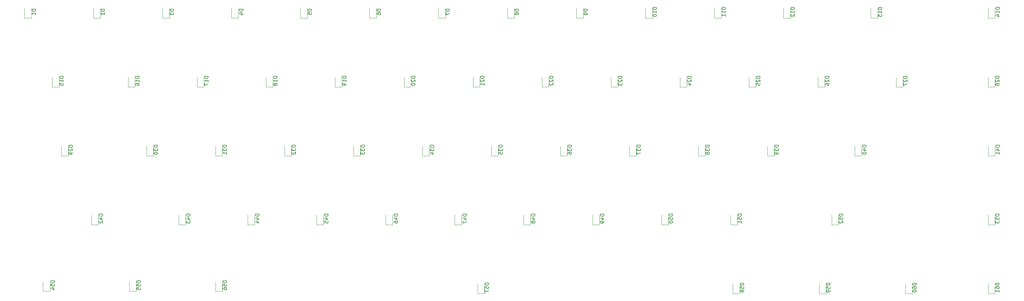
<source format=gbr>
%TF.GenerationSoftware,KiCad,Pcbnew,8.0.7*%
%TF.CreationDate,2024-12-25T15:12:27+08:00*%
%TF.ProjectId,keyboard,6b657962-6f61-4726-942e-6b696361645f,rev?*%
%TF.SameCoordinates,Original*%
%TF.FileFunction,Legend,Bot*%
%TF.FilePolarity,Positive*%
%FSLAX46Y46*%
G04 Gerber Fmt 4.6, Leading zero omitted, Abs format (unit mm)*
G04 Created by KiCad (PCBNEW 8.0.7) date 2024-12-25 15:12:27*
%MOMM*%
%LPD*%
G01*
G04 APERTURE LIST*
%ADD10C,0.150000*%
%ADD11C,0.120000*%
G04 APERTURE END LIST*
D10*
X329638819Y-87502714D02*
X328638819Y-87502714D01*
X328638819Y-87502714D02*
X328638819Y-87740809D01*
X328638819Y-87740809D02*
X328686438Y-87883666D01*
X328686438Y-87883666D02*
X328781676Y-87978904D01*
X328781676Y-87978904D02*
X328876914Y-88026523D01*
X328876914Y-88026523D02*
X329067390Y-88074142D01*
X329067390Y-88074142D02*
X329210247Y-88074142D01*
X329210247Y-88074142D02*
X329400723Y-88026523D01*
X329400723Y-88026523D02*
X329495961Y-87978904D01*
X329495961Y-87978904D02*
X329591200Y-87883666D01*
X329591200Y-87883666D02*
X329638819Y-87740809D01*
X329638819Y-87740809D02*
X329638819Y-87502714D01*
X328972152Y-88931285D02*
X329638819Y-88931285D01*
X328591200Y-88693190D02*
X329305485Y-88455095D01*
X329305485Y-88455095D02*
X329305485Y-89074142D01*
X328638819Y-89645571D02*
X328638819Y-89740809D01*
X328638819Y-89740809D02*
X328686438Y-89836047D01*
X328686438Y-89836047D02*
X328734057Y-89883666D01*
X328734057Y-89883666D02*
X328829295Y-89931285D01*
X328829295Y-89931285D02*
X329019771Y-89978904D01*
X329019771Y-89978904D02*
X329257866Y-89978904D01*
X329257866Y-89978904D02*
X329448342Y-89931285D01*
X329448342Y-89931285D02*
X329543580Y-89883666D01*
X329543580Y-89883666D02*
X329591200Y-89836047D01*
X329591200Y-89836047D02*
X329638819Y-89740809D01*
X329638819Y-89740809D02*
X329638819Y-89645571D01*
X329638819Y-89645571D02*
X329591200Y-89550333D01*
X329591200Y-89550333D02*
X329543580Y-89502714D01*
X329543580Y-89502714D02*
X329448342Y-89455095D01*
X329448342Y-89455095D02*
X329257866Y-89407476D01*
X329257866Y-89407476D02*
X329019771Y-89407476D01*
X329019771Y-89407476D02*
X328829295Y-89455095D01*
X328829295Y-89455095D02*
X328734057Y-89502714D01*
X328734057Y-89502714D02*
X328686438Y-89550333D01*
X328686438Y-89550333D02*
X328638819Y-89645571D01*
X172062819Y-87502714D02*
X171062819Y-87502714D01*
X171062819Y-87502714D02*
X171062819Y-87740809D01*
X171062819Y-87740809D02*
X171110438Y-87883666D01*
X171110438Y-87883666D02*
X171205676Y-87978904D01*
X171205676Y-87978904D02*
X171300914Y-88026523D01*
X171300914Y-88026523D02*
X171491390Y-88074142D01*
X171491390Y-88074142D02*
X171634247Y-88074142D01*
X171634247Y-88074142D02*
X171824723Y-88026523D01*
X171824723Y-88026523D02*
X171919961Y-87978904D01*
X171919961Y-87978904D02*
X172015200Y-87883666D01*
X172015200Y-87883666D02*
X172062819Y-87740809D01*
X172062819Y-87740809D02*
X172062819Y-87502714D01*
X171062819Y-88407476D02*
X171062819Y-89026523D01*
X171062819Y-89026523D02*
X171443771Y-88693190D01*
X171443771Y-88693190D02*
X171443771Y-88836047D01*
X171443771Y-88836047D02*
X171491390Y-88931285D01*
X171491390Y-88931285D02*
X171539009Y-88978904D01*
X171539009Y-88978904D02*
X171634247Y-89026523D01*
X171634247Y-89026523D02*
X171872342Y-89026523D01*
X171872342Y-89026523D02*
X171967580Y-88978904D01*
X171967580Y-88978904D02*
X172015200Y-88931285D01*
X172015200Y-88931285D02*
X172062819Y-88836047D01*
X172062819Y-88836047D02*
X172062819Y-88550333D01*
X172062819Y-88550333D02*
X172015200Y-88455095D01*
X172015200Y-88455095D02*
X171967580Y-88407476D01*
X171158057Y-89407476D02*
X171110438Y-89455095D01*
X171110438Y-89455095D02*
X171062819Y-89550333D01*
X171062819Y-89550333D02*
X171062819Y-89788428D01*
X171062819Y-89788428D02*
X171110438Y-89883666D01*
X171110438Y-89883666D02*
X171158057Y-89931285D01*
X171158057Y-89931285D02*
X171253295Y-89978904D01*
X171253295Y-89978904D02*
X171348533Y-89978904D01*
X171348533Y-89978904D02*
X171491390Y-89931285D01*
X171491390Y-89931285D02*
X172062819Y-89359857D01*
X172062819Y-89359857D02*
X172062819Y-89978904D01*
X229212819Y-87502714D02*
X228212819Y-87502714D01*
X228212819Y-87502714D02*
X228212819Y-87740809D01*
X228212819Y-87740809D02*
X228260438Y-87883666D01*
X228260438Y-87883666D02*
X228355676Y-87978904D01*
X228355676Y-87978904D02*
X228450914Y-88026523D01*
X228450914Y-88026523D02*
X228641390Y-88074142D01*
X228641390Y-88074142D02*
X228784247Y-88074142D01*
X228784247Y-88074142D02*
X228974723Y-88026523D01*
X228974723Y-88026523D02*
X229069961Y-87978904D01*
X229069961Y-87978904D02*
X229165200Y-87883666D01*
X229165200Y-87883666D02*
X229212819Y-87740809D01*
X229212819Y-87740809D02*
X229212819Y-87502714D01*
X228212819Y-88407476D02*
X228212819Y-89026523D01*
X228212819Y-89026523D02*
X228593771Y-88693190D01*
X228593771Y-88693190D02*
X228593771Y-88836047D01*
X228593771Y-88836047D02*
X228641390Y-88931285D01*
X228641390Y-88931285D02*
X228689009Y-88978904D01*
X228689009Y-88978904D02*
X228784247Y-89026523D01*
X228784247Y-89026523D02*
X229022342Y-89026523D01*
X229022342Y-89026523D02*
X229117580Y-88978904D01*
X229117580Y-88978904D02*
X229165200Y-88931285D01*
X229165200Y-88931285D02*
X229212819Y-88836047D01*
X229212819Y-88836047D02*
X229212819Y-88550333D01*
X229212819Y-88550333D02*
X229165200Y-88455095D01*
X229165200Y-88455095D02*
X229117580Y-88407476D01*
X228212819Y-89931285D02*
X228212819Y-89455095D01*
X228212819Y-89455095D02*
X228689009Y-89407476D01*
X228689009Y-89407476D02*
X228641390Y-89455095D01*
X228641390Y-89455095D02*
X228593771Y-89550333D01*
X228593771Y-89550333D02*
X228593771Y-89788428D01*
X228593771Y-89788428D02*
X228641390Y-89883666D01*
X228641390Y-89883666D02*
X228689009Y-89931285D01*
X228689009Y-89931285D02*
X228784247Y-89978904D01*
X228784247Y-89978904D02*
X229022342Y-89978904D01*
X229022342Y-89978904D02*
X229117580Y-89931285D01*
X229117580Y-89931285D02*
X229165200Y-89883666D01*
X229165200Y-89883666D02*
X229212819Y-89788428D01*
X229212819Y-89788428D02*
X229212819Y-89550333D01*
X229212819Y-89550333D02*
X229165200Y-89455095D01*
X229165200Y-89455095D02*
X229117580Y-89407476D01*
X300332819Y-68440214D02*
X299332819Y-68440214D01*
X299332819Y-68440214D02*
X299332819Y-68678309D01*
X299332819Y-68678309D02*
X299380438Y-68821166D01*
X299380438Y-68821166D02*
X299475676Y-68916404D01*
X299475676Y-68916404D02*
X299570914Y-68964023D01*
X299570914Y-68964023D02*
X299761390Y-69011642D01*
X299761390Y-69011642D02*
X299904247Y-69011642D01*
X299904247Y-69011642D02*
X300094723Y-68964023D01*
X300094723Y-68964023D02*
X300189961Y-68916404D01*
X300189961Y-68916404D02*
X300285200Y-68821166D01*
X300285200Y-68821166D02*
X300332819Y-68678309D01*
X300332819Y-68678309D02*
X300332819Y-68440214D01*
X299428057Y-69392595D02*
X299380438Y-69440214D01*
X299380438Y-69440214D02*
X299332819Y-69535452D01*
X299332819Y-69535452D02*
X299332819Y-69773547D01*
X299332819Y-69773547D02*
X299380438Y-69868785D01*
X299380438Y-69868785D02*
X299428057Y-69916404D01*
X299428057Y-69916404D02*
X299523295Y-69964023D01*
X299523295Y-69964023D02*
X299618533Y-69964023D01*
X299618533Y-69964023D02*
X299761390Y-69916404D01*
X299761390Y-69916404D02*
X300332819Y-69344976D01*
X300332819Y-69344976D02*
X300332819Y-69964023D01*
X299332819Y-70868785D02*
X299332819Y-70392595D01*
X299332819Y-70392595D02*
X299809009Y-70344976D01*
X299809009Y-70344976D02*
X299761390Y-70392595D01*
X299761390Y-70392595D02*
X299713771Y-70487833D01*
X299713771Y-70487833D02*
X299713771Y-70725928D01*
X299713771Y-70725928D02*
X299761390Y-70821166D01*
X299761390Y-70821166D02*
X299809009Y-70868785D01*
X299809009Y-70868785D02*
X299904247Y-70916404D01*
X299904247Y-70916404D02*
X300142342Y-70916404D01*
X300142342Y-70916404D02*
X300237580Y-70868785D01*
X300237580Y-70868785D02*
X300285200Y-70821166D01*
X300285200Y-70821166D02*
X300332819Y-70725928D01*
X300332819Y-70725928D02*
X300332819Y-70487833D01*
X300332819Y-70487833D02*
X300285200Y-70392595D01*
X300285200Y-70392595D02*
X300237580Y-70344976D01*
X257248819Y-106540214D02*
X256248819Y-106540214D01*
X256248819Y-106540214D02*
X256248819Y-106778309D01*
X256248819Y-106778309D02*
X256296438Y-106921166D01*
X256296438Y-106921166D02*
X256391676Y-107016404D01*
X256391676Y-107016404D02*
X256486914Y-107064023D01*
X256486914Y-107064023D02*
X256677390Y-107111642D01*
X256677390Y-107111642D02*
X256820247Y-107111642D01*
X256820247Y-107111642D02*
X257010723Y-107064023D01*
X257010723Y-107064023D02*
X257105961Y-107016404D01*
X257105961Y-107016404D02*
X257201200Y-106921166D01*
X257201200Y-106921166D02*
X257248819Y-106778309D01*
X257248819Y-106778309D02*
X257248819Y-106540214D01*
X256582152Y-107968785D02*
X257248819Y-107968785D01*
X256201200Y-107730690D02*
X256915485Y-107492595D01*
X256915485Y-107492595D02*
X256915485Y-108111642D01*
X257248819Y-108540214D02*
X257248819Y-108730690D01*
X257248819Y-108730690D02*
X257201200Y-108825928D01*
X257201200Y-108825928D02*
X257153580Y-108873547D01*
X257153580Y-108873547D02*
X257010723Y-108968785D01*
X257010723Y-108968785D02*
X256820247Y-109016404D01*
X256820247Y-109016404D02*
X256439295Y-109016404D01*
X256439295Y-109016404D02*
X256344057Y-108968785D01*
X256344057Y-108968785D02*
X256296438Y-108921166D01*
X256296438Y-108921166D02*
X256248819Y-108825928D01*
X256248819Y-108825928D02*
X256248819Y-108635452D01*
X256248819Y-108635452D02*
X256296438Y-108540214D01*
X256296438Y-108540214D02*
X256344057Y-108492595D01*
X256344057Y-108492595D02*
X256439295Y-108444976D01*
X256439295Y-108444976D02*
X256677390Y-108444976D01*
X256677390Y-108444976D02*
X256772628Y-108492595D01*
X256772628Y-108492595D02*
X256820247Y-108540214D01*
X256820247Y-108540214D02*
X256867866Y-108635452D01*
X256867866Y-108635452D02*
X256867866Y-108825928D01*
X256867866Y-108825928D02*
X256820247Y-108921166D01*
X256820247Y-108921166D02*
X256772628Y-108968785D01*
X256772628Y-108968785D02*
X256677390Y-109016404D01*
X129200319Y-124967714D02*
X128200319Y-124967714D01*
X128200319Y-124967714D02*
X128200319Y-125205809D01*
X128200319Y-125205809D02*
X128247938Y-125348666D01*
X128247938Y-125348666D02*
X128343176Y-125443904D01*
X128343176Y-125443904D02*
X128438414Y-125491523D01*
X128438414Y-125491523D02*
X128628890Y-125539142D01*
X128628890Y-125539142D02*
X128771747Y-125539142D01*
X128771747Y-125539142D02*
X128962223Y-125491523D01*
X128962223Y-125491523D02*
X129057461Y-125443904D01*
X129057461Y-125443904D02*
X129152700Y-125348666D01*
X129152700Y-125348666D02*
X129200319Y-125205809D01*
X129200319Y-125205809D02*
X129200319Y-124967714D01*
X128200319Y-126443904D02*
X128200319Y-125967714D01*
X128200319Y-125967714D02*
X128676509Y-125920095D01*
X128676509Y-125920095D02*
X128628890Y-125967714D01*
X128628890Y-125967714D02*
X128581271Y-126062952D01*
X128581271Y-126062952D02*
X128581271Y-126301047D01*
X128581271Y-126301047D02*
X128628890Y-126396285D01*
X128628890Y-126396285D02*
X128676509Y-126443904D01*
X128676509Y-126443904D02*
X128771747Y-126491523D01*
X128771747Y-126491523D02*
X129009842Y-126491523D01*
X129009842Y-126491523D02*
X129105080Y-126443904D01*
X129105080Y-126443904D02*
X129152700Y-126396285D01*
X129152700Y-126396285D02*
X129200319Y-126301047D01*
X129200319Y-126301047D02*
X129200319Y-126062952D01*
X129200319Y-126062952D02*
X129152700Y-125967714D01*
X129152700Y-125967714D02*
X129105080Y-125920095D01*
X128200319Y-127396285D02*
X128200319Y-126920095D01*
X128200319Y-126920095D02*
X128676509Y-126872476D01*
X128676509Y-126872476D02*
X128628890Y-126920095D01*
X128628890Y-126920095D02*
X128581271Y-127015333D01*
X128581271Y-127015333D02*
X128581271Y-127253428D01*
X128581271Y-127253428D02*
X128628890Y-127348666D01*
X128628890Y-127348666D02*
X128676509Y-127396285D01*
X128676509Y-127396285D02*
X128771747Y-127443904D01*
X128771747Y-127443904D02*
X129009842Y-127443904D01*
X129009842Y-127443904D02*
X129105080Y-127396285D01*
X129105080Y-127396285D02*
X129152700Y-127348666D01*
X129152700Y-127348666D02*
X129200319Y-127253428D01*
X129200319Y-127253428D02*
X129200319Y-127015333D01*
X129200319Y-127015333D02*
X129152700Y-126920095D01*
X129152700Y-126920095D02*
X129105080Y-126872476D01*
X295252819Y-106540214D02*
X294252819Y-106540214D01*
X294252819Y-106540214D02*
X294252819Y-106778309D01*
X294252819Y-106778309D02*
X294300438Y-106921166D01*
X294300438Y-106921166D02*
X294395676Y-107016404D01*
X294395676Y-107016404D02*
X294490914Y-107064023D01*
X294490914Y-107064023D02*
X294681390Y-107111642D01*
X294681390Y-107111642D02*
X294824247Y-107111642D01*
X294824247Y-107111642D02*
X295014723Y-107064023D01*
X295014723Y-107064023D02*
X295109961Y-107016404D01*
X295109961Y-107016404D02*
X295205200Y-106921166D01*
X295205200Y-106921166D02*
X295252819Y-106778309D01*
X295252819Y-106778309D02*
X295252819Y-106540214D01*
X294252819Y-108016404D02*
X294252819Y-107540214D01*
X294252819Y-107540214D02*
X294729009Y-107492595D01*
X294729009Y-107492595D02*
X294681390Y-107540214D01*
X294681390Y-107540214D02*
X294633771Y-107635452D01*
X294633771Y-107635452D02*
X294633771Y-107873547D01*
X294633771Y-107873547D02*
X294681390Y-107968785D01*
X294681390Y-107968785D02*
X294729009Y-108016404D01*
X294729009Y-108016404D02*
X294824247Y-108064023D01*
X294824247Y-108064023D02*
X295062342Y-108064023D01*
X295062342Y-108064023D02*
X295157580Y-108016404D01*
X295157580Y-108016404D02*
X295205200Y-107968785D01*
X295205200Y-107968785D02*
X295252819Y-107873547D01*
X295252819Y-107873547D02*
X295252819Y-107635452D01*
X295252819Y-107635452D02*
X295205200Y-107540214D01*
X295205200Y-107540214D02*
X295157580Y-107492595D01*
X295252819Y-109016404D02*
X295252819Y-108444976D01*
X295252819Y-108730690D02*
X294252819Y-108730690D01*
X294252819Y-108730690D02*
X294395676Y-108635452D01*
X294395676Y-108635452D02*
X294490914Y-108540214D01*
X294490914Y-108540214D02*
X294538533Y-108444976D01*
X166982819Y-68440214D02*
X165982819Y-68440214D01*
X165982819Y-68440214D02*
X165982819Y-68678309D01*
X165982819Y-68678309D02*
X166030438Y-68821166D01*
X166030438Y-68821166D02*
X166125676Y-68916404D01*
X166125676Y-68916404D02*
X166220914Y-68964023D01*
X166220914Y-68964023D02*
X166411390Y-69011642D01*
X166411390Y-69011642D02*
X166554247Y-69011642D01*
X166554247Y-69011642D02*
X166744723Y-68964023D01*
X166744723Y-68964023D02*
X166839961Y-68916404D01*
X166839961Y-68916404D02*
X166935200Y-68821166D01*
X166935200Y-68821166D02*
X166982819Y-68678309D01*
X166982819Y-68678309D02*
X166982819Y-68440214D01*
X166982819Y-69964023D02*
X166982819Y-69392595D01*
X166982819Y-69678309D02*
X165982819Y-69678309D01*
X165982819Y-69678309D02*
X166125676Y-69583071D01*
X166125676Y-69583071D02*
X166220914Y-69487833D01*
X166220914Y-69487833D02*
X166268533Y-69392595D01*
X166411390Y-70535452D02*
X166363771Y-70440214D01*
X166363771Y-70440214D02*
X166316152Y-70392595D01*
X166316152Y-70392595D02*
X166220914Y-70344976D01*
X166220914Y-70344976D02*
X166173295Y-70344976D01*
X166173295Y-70344976D02*
X166078057Y-70392595D01*
X166078057Y-70392595D02*
X166030438Y-70440214D01*
X166030438Y-70440214D02*
X165982819Y-70535452D01*
X165982819Y-70535452D02*
X165982819Y-70725928D01*
X165982819Y-70725928D02*
X166030438Y-70821166D01*
X166030438Y-70821166D02*
X166078057Y-70868785D01*
X166078057Y-70868785D02*
X166173295Y-70916404D01*
X166173295Y-70916404D02*
X166220914Y-70916404D01*
X166220914Y-70916404D02*
X166316152Y-70868785D01*
X166316152Y-70868785D02*
X166363771Y-70821166D01*
X166363771Y-70821166D02*
X166411390Y-70725928D01*
X166411390Y-70725928D02*
X166411390Y-70535452D01*
X166411390Y-70535452D02*
X166459009Y-70440214D01*
X166459009Y-70440214D02*
X166506628Y-70392595D01*
X166506628Y-70392595D02*
X166601866Y-70344976D01*
X166601866Y-70344976D02*
X166792342Y-70344976D01*
X166792342Y-70344976D02*
X166887580Y-70392595D01*
X166887580Y-70392595D02*
X166935200Y-70440214D01*
X166935200Y-70440214D02*
X166982819Y-70535452D01*
X166982819Y-70535452D02*
X166982819Y-70725928D01*
X166982819Y-70725928D02*
X166935200Y-70821166D01*
X166935200Y-70821166D02*
X166887580Y-70868785D01*
X166887580Y-70868785D02*
X166792342Y-70916404D01*
X166792342Y-70916404D02*
X166601866Y-70916404D01*
X166601866Y-70916404D02*
X166506628Y-70868785D01*
X166506628Y-70868785D02*
X166459009Y-70821166D01*
X166459009Y-70821166D02*
X166411390Y-70725928D01*
X309857819Y-49390214D02*
X308857819Y-49390214D01*
X308857819Y-49390214D02*
X308857819Y-49628309D01*
X308857819Y-49628309D02*
X308905438Y-49771166D01*
X308905438Y-49771166D02*
X309000676Y-49866404D01*
X309000676Y-49866404D02*
X309095914Y-49914023D01*
X309095914Y-49914023D02*
X309286390Y-49961642D01*
X309286390Y-49961642D02*
X309429247Y-49961642D01*
X309429247Y-49961642D02*
X309619723Y-49914023D01*
X309619723Y-49914023D02*
X309714961Y-49866404D01*
X309714961Y-49866404D02*
X309810200Y-49771166D01*
X309810200Y-49771166D02*
X309857819Y-49628309D01*
X309857819Y-49628309D02*
X309857819Y-49390214D01*
X309857819Y-50914023D02*
X309857819Y-50342595D01*
X309857819Y-50628309D02*
X308857819Y-50628309D01*
X308857819Y-50628309D02*
X309000676Y-50533071D01*
X309000676Y-50533071D02*
X309095914Y-50437833D01*
X309095914Y-50437833D02*
X309143533Y-50342595D01*
X308953057Y-51294976D02*
X308905438Y-51342595D01*
X308905438Y-51342595D02*
X308857819Y-51437833D01*
X308857819Y-51437833D02*
X308857819Y-51675928D01*
X308857819Y-51675928D02*
X308905438Y-51771166D01*
X308905438Y-51771166D02*
X308953057Y-51818785D01*
X308953057Y-51818785D02*
X309048295Y-51866404D01*
X309048295Y-51866404D02*
X309143533Y-51866404D01*
X309143533Y-51866404D02*
X309286390Y-51818785D01*
X309286390Y-51818785D02*
X309857819Y-51247357D01*
X309857819Y-51247357D02*
X309857819Y-51866404D01*
X195557819Y-49866405D02*
X194557819Y-49866405D01*
X194557819Y-49866405D02*
X194557819Y-50104500D01*
X194557819Y-50104500D02*
X194605438Y-50247357D01*
X194605438Y-50247357D02*
X194700676Y-50342595D01*
X194700676Y-50342595D02*
X194795914Y-50390214D01*
X194795914Y-50390214D02*
X194986390Y-50437833D01*
X194986390Y-50437833D02*
X195129247Y-50437833D01*
X195129247Y-50437833D02*
X195319723Y-50390214D01*
X195319723Y-50390214D02*
X195414961Y-50342595D01*
X195414961Y-50342595D02*
X195510200Y-50247357D01*
X195510200Y-50247357D02*
X195557819Y-50104500D01*
X195557819Y-50104500D02*
X195557819Y-49866405D01*
X194557819Y-51294976D02*
X194557819Y-51104500D01*
X194557819Y-51104500D02*
X194605438Y-51009262D01*
X194605438Y-51009262D02*
X194653057Y-50961643D01*
X194653057Y-50961643D02*
X194795914Y-50866405D01*
X194795914Y-50866405D02*
X194986390Y-50818786D01*
X194986390Y-50818786D02*
X195367342Y-50818786D01*
X195367342Y-50818786D02*
X195462580Y-50866405D01*
X195462580Y-50866405D02*
X195510200Y-50914024D01*
X195510200Y-50914024D02*
X195557819Y-51009262D01*
X195557819Y-51009262D02*
X195557819Y-51199738D01*
X195557819Y-51199738D02*
X195510200Y-51294976D01*
X195510200Y-51294976D02*
X195462580Y-51342595D01*
X195462580Y-51342595D02*
X195367342Y-51390214D01*
X195367342Y-51390214D02*
X195129247Y-51390214D01*
X195129247Y-51390214D02*
X195034009Y-51342595D01*
X195034009Y-51342595D02*
X194986390Y-51294976D01*
X194986390Y-51294976D02*
X194938771Y-51199738D01*
X194938771Y-51199738D02*
X194938771Y-51009262D01*
X194938771Y-51009262D02*
X194986390Y-50914024D01*
X194986390Y-50914024D02*
X195034009Y-50866405D01*
X195034009Y-50866405D02*
X195129247Y-50818786D01*
X138407819Y-49866405D02*
X137407819Y-49866405D01*
X137407819Y-49866405D02*
X137407819Y-50104500D01*
X137407819Y-50104500D02*
X137455438Y-50247357D01*
X137455438Y-50247357D02*
X137550676Y-50342595D01*
X137550676Y-50342595D02*
X137645914Y-50390214D01*
X137645914Y-50390214D02*
X137836390Y-50437833D01*
X137836390Y-50437833D02*
X137979247Y-50437833D01*
X137979247Y-50437833D02*
X138169723Y-50390214D01*
X138169723Y-50390214D02*
X138264961Y-50342595D01*
X138264961Y-50342595D02*
X138360200Y-50247357D01*
X138360200Y-50247357D02*
X138407819Y-50104500D01*
X138407819Y-50104500D02*
X138407819Y-49866405D01*
X137407819Y-50771167D02*
X137407819Y-51390214D01*
X137407819Y-51390214D02*
X137788771Y-51056881D01*
X137788771Y-51056881D02*
X137788771Y-51199738D01*
X137788771Y-51199738D02*
X137836390Y-51294976D01*
X137836390Y-51294976D02*
X137884009Y-51342595D01*
X137884009Y-51342595D02*
X137979247Y-51390214D01*
X137979247Y-51390214D02*
X138217342Y-51390214D01*
X138217342Y-51390214D02*
X138312580Y-51342595D01*
X138312580Y-51342595D02*
X138360200Y-51294976D01*
X138360200Y-51294976D02*
X138407819Y-51199738D01*
X138407819Y-51199738D02*
X138407819Y-50914024D01*
X138407819Y-50914024D02*
X138360200Y-50818786D01*
X138360200Y-50818786D02*
X138312580Y-50771167D01*
X233657819Y-49866405D02*
X232657819Y-49866405D01*
X232657819Y-49866405D02*
X232657819Y-50104500D01*
X232657819Y-50104500D02*
X232705438Y-50247357D01*
X232705438Y-50247357D02*
X232800676Y-50342595D01*
X232800676Y-50342595D02*
X232895914Y-50390214D01*
X232895914Y-50390214D02*
X233086390Y-50437833D01*
X233086390Y-50437833D02*
X233229247Y-50437833D01*
X233229247Y-50437833D02*
X233419723Y-50390214D01*
X233419723Y-50390214D02*
X233514961Y-50342595D01*
X233514961Y-50342595D02*
X233610200Y-50247357D01*
X233610200Y-50247357D02*
X233657819Y-50104500D01*
X233657819Y-50104500D02*
X233657819Y-49866405D01*
X233086390Y-51009262D02*
X233038771Y-50914024D01*
X233038771Y-50914024D02*
X232991152Y-50866405D01*
X232991152Y-50866405D02*
X232895914Y-50818786D01*
X232895914Y-50818786D02*
X232848295Y-50818786D01*
X232848295Y-50818786D02*
X232753057Y-50866405D01*
X232753057Y-50866405D02*
X232705438Y-50914024D01*
X232705438Y-50914024D02*
X232657819Y-51009262D01*
X232657819Y-51009262D02*
X232657819Y-51199738D01*
X232657819Y-51199738D02*
X232705438Y-51294976D01*
X232705438Y-51294976D02*
X232753057Y-51342595D01*
X232753057Y-51342595D02*
X232848295Y-51390214D01*
X232848295Y-51390214D02*
X232895914Y-51390214D01*
X232895914Y-51390214D02*
X232991152Y-51342595D01*
X232991152Y-51342595D02*
X233038771Y-51294976D01*
X233038771Y-51294976D02*
X233086390Y-51199738D01*
X233086390Y-51199738D02*
X233086390Y-51009262D01*
X233086390Y-51009262D02*
X233134009Y-50914024D01*
X233134009Y-50914024D02*
X233181628Y-50866405D01*
X233181628Y-50866405D02*
X233276866Y-50818786D01*
X233276866Y-50818786D02*
X233467342Y-50818786D01*
X233467342Y-50818786D02*
X233562580Y-50866405D01*
X233562580Y-50866405D02*
X233610200Y-50914024D01*
X233610200Y-50914024D02*
X233657819Y-51009262D01*
X233657819Y-51009262D02*
X233657819Y-51199738D01*
X233657819Y-51199738D02*
X233610200Y-51294976D01*
X233610200Y-51294976D02*
X233562580Y-51342595D01*
X233562580Y-51342595D02*
X233467342Y-51390214D01*
X233467342Y-51390214D02*
X233276866Y-51390214D01*
X233276866Y-51390214D02*
X233181628Y-51342595D01*
X233181628Y-51342595D02*
X233134009Y-51294976D01*
X233134009Y-51294976D02*
X233086390Y-51199738D01*
X271757819Y-49390214D02*
X270757819Y-49390214D01*
X270757819Y-49390214D02*
X270757819Y-49628309D01*
X270757819Y-49628309D02*
X270805438Y-49771166D01*
X270805438Y-49771166D02*
X270900676Y-49866404D01*
X270900676Y-49866404D02*
X270995914Y-49914023D01*
X270995914Y-49914023D02*
X271186390Y-49961642D01*
X271186390Y-49961642D02*
X271329247Y-49961642D01*
X271329247Y-49961642D02*
X271519723Y-49914023D01*
X271519723Y-49914023D02*
X271614961Y-49866404D01*
X271614961Y-49866404D02*
X271710200Y-49771166D01*
X271710200Y-49771166D02*
X271757819Y-49628309D01*
X271757819Y-49628309D02*
X271757819Y-49390214D01*
X271757819Y-50914023D02*
X271757819Y-50342595D01*
X271757819Y-50628309D02*
X270757819Y-50628309D01*
X270757819Y-50628309D02*
X270900676Y-50533071D01*
X270900676Y-50533071D02*
X270995914Y-50437833D01*
X270995914Y-50437833D02*
X271043533Y-50342595D01*
X270757819Y-51533071D02*
X270757819Y-51628309D01*
X270757819Y-51628309D02*
X270805438Y-51723547D01*
X270805438Y-51723547D02*
X270853057Y-51771166D01*
X270853057Y-51771166D02*
X270948295Y-51818785D01*
X270948295Y-51818785D02*
X271138771Y-51866404D01*
X271138771Y-51866404D02*
X271376866Y-51866404D01*
X271376866Y-51866404D02*
X271567342Y-51818785D01*
X271567342Y-51818785D02*
X271662580Y-51771166D01*
X271662580Y-51771166D02*
X271710200Y-51723547D01*
X271710200Y-51723547D02*
X271757819Y-51628309D01*
X271757819Y-51628309D02*
X271757819Y-51533071D01*
X271757819Y-51533071D02*
X271710200Y-51437833D01*
X271710200Y-51437833D02*
X271662580Y-51390214D01*
X271662580Y-51390214D02*
X271567342Y-51342595D01*
X271567342Y-51342595D02*
X271376866Y-51294976D01*
X271376866Y-51294976D02*
X271138771Y-51294976D01*
X271138771Y-51294976D02*
X270948295Y-51342595D01*
X270948295Y-51342595D02*
X270853057Y-51390214D01*
X270853057Y-51390214D02*
X270805438Y-51437833D01*
X270805438Y-51437833D02*
X270757819Y-51533071D01*
X366468819Y-49402714D02*
X365468819Y-49402714D01*
X365468819Y-49402714D02*
X365468819Y-49640809D01*
X365468819Y-49640809D02*
X365516438Y-49783666D01*
X365516438Y-49783666D02*
X365611676Y-49878904D01*
X365611676Y-49878904D02*
X365706914Y-49926523D01*
X365706914Y-49926523D02*
X365897390Y-49974142D01*
X365897390Y-49974142D02*
X366040247Y-49974142D01*
X366040247Y-49974142D02*
X366230723Y-49926523D01*
X366230723Y-49926523D02*
X366325961Y-49878904D01*
X366325961Y-49878904D02*
X366421200Y-49783666D01*
X366421200Y-49783666D02*
X366468819Y-49640809D01*
X366468819Y-49640809D02*
X366468819Y-49402714D01*
X366468819Y-50926523D02*
X366468819Y-50355095D01*
X366468819Y-50640809D02*
X365468819Y-50640809D01*
X365468819Y-50640809D02*
X365611676Y-50545571D01*
X365611676Y-50545571D02*
X365706914Y-50450333D01*
X365706914Y-50450333D02*
X365754533Y-50355095D01*
X365802152Y-51783666D02*
X366468819Y-51783666D01*
X365421200Y-51545571D02*
X366135485Y-51307476D01*
X366135485Y-51307476D02*
X366135485Y-51926523D01*
X128882819Y-68440214D02*
X127882819Y-68440214D01*
X127882819Y-68440214D02*
X127882819Y-68678309D01*
X127882819Y-68678309D02*
X127930438Y-68821166D01*
X127930438Y-68821166D02*
X128025676Y-68916404D01*
X128025676Y-68916404D02*
X128120914Y-68964023D01*
X128120914Y-68964023D02*
X128311390Y-69011642D01*
X128311390Y-69011642D02*
X128454247Y-69011642D01*
X128454247Y-69011642D02*
X128644723Y-68964023D01*
X128644723Y-68964023D02*
X128739961Y-68916404D01*
X128739961Y-68916404D02*
X128835200Y-68821166D01*
X128835200Y-68821166D02*
X128882819Y-68678309D01*
X128882819Y-68678309D02*
X128882819Y-68440214D01*
X128882819Y-69964023D02*
X128882819Y-69392595D01*
X128882819Y-69678309D02*
X127882819Y-69678309D01*
X127882819Y-69678309D02*
X128025676Y-69583071D01*
X128025676Y-69583071D02*
X128120914Y-69487833D01*
X128120914Y-69487833D02*
X128168533Y-69392595D01*
X127882819Y-70821166D02*
X127882819Y-70630690D01*
X127882819Y-70630690D02*
X127930438Y-70535452D01*
X127930438Y-70535452D02*
X127978057Y-70487833D01*
X127978057Y-70487833D02*
X128120914Y-70392595D01*
X128120914Y-70392595D02*
X128311390Y-70344976D01*
X128311390Y-70344976D02*
X128692342Y-70344976D01*
X128692342Y-70344976D02*
X128787580Y-70392595D01*
X128787580Y-70392595D02*
X128835200Y-70440214D01*
X128835200Y-70440214D02*
X128882819Y-70535452D01*
X128882819Y-70535452D02*
X128882819Y-70725928D01*
X128882819Y-70725928D02*
X128835200Y-70821166D01*
X128835200Y-70821166D02*
X128787580Y-70868785D01*
X128787580Y-70868785D02*
X128692342Y-70916404D01*
X128692342Y-70916404D02*
X128454247Y-70916404D01*
X128454247Y-70916404D02*
X128359009Y-70868785D01*
X128359009Y-70868785D02*
X128311390Y-70821166D01*
X128311390Y-70821166D02*
X128263771Y-70725928D01*
X128263771Y-70725928D02*
X128263771Y-70535452D01*
X128263771Y-70535452D02*
X128311390Y-70440214D01*
X128311390Y-70440214D02*
X128359009Y-70392595D01*
X128359009Y-70392595D02*
X128454247Y-70344976D01*
X133962819Y-87502714D02*
X132962819Y-87502714D01*
X132962819Y-87502714D02*
X132962819Y-87740809D01*
X132962819Y-87740809D02*
X133010438Y-87883666D01*
X133010438Y-87883666D02*
X133105676Y-87978904D01*
X133105676Y-87978904D02*
X133200914Y-88026523D01*
X133200914Y-88026523D02*
X133391390Y-88074142D01*
X133391390Y-88074142D02*
X133534247Y-88074142D01*
X133534247Y-88074142D02*
X133724723Y-88026523D01*
X133724723Y-88026523D02*
X133819961Y-87978904D01*
X133819961Y-87978904D02*
X133915200Y-87883666D01*
X133915200Y-87883666D02*
X133962819Y-87740809D01*
X133962819Y-87740809D02*
X133962819Y-87502714D01*
X132962819Y-88407476D02*
X132962819Y-89026523D01*
X132962819Y-89026523D02*
X133343771Y-88693190D01*
X133343771Y-88693190D02*
X133343771Y-88836047D01*
X133343771Y-88836047D02*
X133391390Y-88931285D01*
X133391390Y-88931285D02*
X133439009Y-88978904D01*
X133439009Y-88978904D02*
X133534247Y-89026523D01*
X133534247Y-89026523D02*
X133772342Y-89026523D01*
X133772342Y-89026523D02*
X133867580Y-88978904D01*
X133867580Y-88978904D02*
X133915200Y-88931285D01*
X133915200Y-88931285D02*
X133962819Y-88836047D01*
X133962819Y-88836047D02*
X133962819Y-88550333D01*
X133962819Y-88550333D02*
X133915200Y-88455095D01*
X133915200Y-88455095D02*
X133867580Y-88407476D01*
X132962819Y-89645571D02*
X132962819Y-89740809D01*
X132962819Y-89740809D02*
X133010438Y-89836047D01*
X133010438Y-89836047D02*
X133058057Y-89883666D01*
X133058057Y-89883666D02*
X133153295Y-89931285D01*
X133153295Y-89931285D02*
X133343771Y-89978904D01*
X133343771Y-89978904D02*
X133581866Y-89978904D01*
X133581866Y-89978904D02*
X133772342Y-89931285D01*
X133772342Y-89931285D02*
X133867580Y-89883666D01*
X133867580Y-89883666D02*
X133915200Y-89836047D01*
X133915200Y-89836047D02*
X133962819Y-89740809D01*
X133962819Y-89740809D02*
X133962819Y-89645571D01*
X133962819Y-89645571D02*
X133915200Y-89550333D01*
X133915200Y-89550333D02*
X133867580Y-89502714D01*
X133867580Y-89502714D02*
X133772342Y-89455095D01*
X133772342Y-89455095D02*
X133581866Y-89407476D01*
X133581866Y-89407476D02*
X133343771Y-89407476D01*
X133343771Y-89407476D02*
X133153295Y-89455095D01*
X133153295Y-89455095D02*
X133058057Y-89502714D01*
X133058057Y-89502714D02*
X133010438Y-89550333D01*
X133010438Y-89550333D02*
X132962819Y-89645571D01*
X252707819Y-49866405D02*
X251707819Y-49866405D01*
X251707819Y-49866405D02*
X251707819Y-50104500D01*
X251707819Y-50104500D02*
X251755438Y-50247357D01*
X251755438Y-50247357D02*
X251850676Y-50342595D01*
X251850676Y-50342595D02*
X251945914Y-50390214D01*
X251945914Y-50390214D02*
X252136390Y-50437833D01*
X252136390Y-50437833D02*
X252279247Y-50437833D01*
X252279247Y-50437833D02*
X252469723Y-50390214D01*
X252469723Y-50390214D02*
X252564961Y-50342595D01*
X252564961Y-50342595D02*
X252660200Y-50247357D01*
X252660200Y-50247357D02*
X252707819Y-50104500D01*
X252707819Y-50104500D02*
X252707819Y-49866405D01*
X252707819Y-50914024D02*
X252707819Y-51104500D01*
X252707819Y-51104500D02*
X252660200Y-51199738D01*
X252660200Y-51199738D02*
X252612580Y-51247357D01*
X252612580Y-51247357D02*
X252469723Y-51342595D01*
X252469723Y-51342595D02*
X252279247Y-51390214D01*
X252279247Y-51390214D02*
X251898295Y-51390214D01*
X251898295Y-51390214D02*
X251803057Y-51342595D01*
X251803057Y-51342595D02*
X251755438Y-51294976D01*
X251755438Y-51294976D02*
X251707819Y-51199738D01*
X251707819Y-51199738D02*
X251707819Y-51009262D01*
X251707819Y-51009262D02*
X251755438Y-50914024D01*
X251755438Y-50914024D02*
X251803057Y-50866405D01*
X251803057Y-50866405D02*
X251898295Y-50818786D01*
X251898295Y-50818786D02*
X252136390Y-50818786D01*
X252136390Y-50818786D02*
X252231628Y-50866405D01*
X252231628Y-50866405D02*
X252279247Y-50914024D01*
X252279247Y-50914024D02*
X252326866Y-51009262D01*
X252326866Y-51009262D02*
X252326866Y-51199738D01*
X252326866Y-51199738D02*
X252279247Y-51294976D01*
X252279247Y-51294976D02*
X252231628Y-51342595D01*
X252231628Y-51342595D02*
X252136390Y-51390214D01*
X366468819Y-87502714D02*
X365468819Y-87502714D01*
X365468819Y-87502714D02*
X365468819Y-87740809D01*
X365468819Y-87740809D02*
X365516438Y-87883666D01*
X365516438Y-87883666D02*
X365611676Y-87978904D01*
X365611676Y-87978904D02*
X365706914Y-88026523D01*
X365706914Y-88026523D02*
X365897390Y-88074142D01*
X365897390Y-88074142D02*
X366040247Y-88074142D01*
X366040247Y-88074142D02*
X366230723Y-88026523D01*
X366230723Y-88026523D02*
X366325961Y-87978904D01*
X366325961Y-87978904D02*
X366421200Y-87883666D01*
X366421200Y-87883666D02*
X366468819Y-87740809D01*
X366468819Y-87740809D02*
X366468819Y-87502714D01*
X365802152Y-88931285D02*
X366468819Y-88931285D01*
X365421200Y-88693190D02*
X366135485Y-88455095D01*
X366135485Y-88455095D02*
X366135485Y-89074142D01*
X366468819Y-89978904D02*
X366468819Y-89407476D01*
X366468819Y-89693190D02*
X365468819Y-89693190D01*
X365468819Y-89693190D02*
X365611676Y-89597952D01*
X365611676Y-89597952D02*
X365706914Y-89502714D01*
X365706914Y-89502714D02*
X365754533Y-89407476D01*
X333987819Y-49390214D02*
X332987819Y-49390214D01*
X332987819Y-49390214D02*
X332987819Y-49628309D01*
X332987819Y-49628309D02*
X333035438Y-49771166D01*
X333035438Y-49771166D02*
X333130676Y-49866404D01*
X333130676Y-49866404D02*
X333225914Y-49914023D01*
X333225914Y-49914023D02*
X333416390Y-49961642D01*
X333416390Y-49961642D02*
X333559247Y-49961642D01*
X333559247Y-49961642D02*
X333749723Y-49914023D01*
X333749723Y-49914023D02*
X333844961Y-49866404D01*
X333844961Y-49866404D02*
X333940200Y-49771166D01*
X333940200Y-49771166D02*
X333987819Y-49628309D01*
X333987819Y-49628309D02*
X333987819Y-49390214D01*
X333987819Y-50914023D02*
X333987819Y-50342595D01*
X333987819Y-50628309D02*
X332987819Y-50628309D01*
X332987819Y-50628309D02*
X333130676Y-50533071D01*
X333130676Y-50533071D02*
X333225914Y-50437833D01*
X333225914Y-50437833D02*
X333273533Y-50342595D01*
X332987819Y-51247357D02*
X332987819Y-51866404D01*
X332987819Y-51866404D02*
X333368771Y-51533071D01*
X333368771Y-51533071D02*
X333368771Y-51675928D01*
X333368771Y-51675928D02*
X333416390Y-51771166D01*
X333416390Y-51771166D02*
X333464009Y-51818785D01*
X333464009Y-51818785D02*
X333559247Y-51866404D01*
X333559247Y-51866404D02*
X333797342Y-51866404D01*
X333797342Y-51866404D02*
X333892580Y-51818785D01*
X333892580Y-51818785D02*
X333940200Y-51771166D01*
X333940200Y-51771166D02*
X333987819Y-51675928D01*
X333987819Y-51675928D02*
X333987819Y-51390214D01*
X333987819Y-51390214D02*
X333940200Y-51294976D01*
X333940200Y-51294976D02*
X333892580Y-51247357D01*
X323192819Y-106540214D02*
X322192819Y-106540214D01*
X322192819Y-106540214D02*
X322192819Y-106778309D01*
X322192819Y-106778309D02*
X322240438Y-106921166D01*
X322240438Y-106921166D02*
X322335676Y-107016404D01*
X322335676Y-107016404D02*
X322430914Y-107064023D01*
X322430914Y-107064023D02*
X322621390Y-107111642D01*
X322621390Y-107111642D02*
X322764247Y-107111642D01*
X322764247Y-107111642D02*
X322954723Y-107064023D01*
X322954723Y-107064023D02*
X323049961Y-107016404D01*
X323049961Y-107016404D02*
X323145200Y-106921166D01*
X323145200Y-106921166D02*
X323192819Y-106778309D01*
X323192819Y-106778309D02*
X323192819Y-106540214D01*
X322192819Y-108016404D02*
X322192819Y-107540214D01*
X322192819Y-107540214D02*
X322669009Y-107492595D01*
X322669009Y-107492595D02*
X322621390Y-107540214D01*
X322621390Y-107540214D02*
X322573771Y-107635452D01*
X322573771Y-107635452D02*
X322573771Y-107873547D01*
X322573771Y-107873547D02*
X322621390Y-107968785D01*
X322621390Y-107968785D02*
X322669009Y-108016404D01*
X322669009Y-108016404D02*
X322764247Y-108064023D01*
X322764247Y-108064023D02*
X323002342Y-108064023D01*
X323002342Y-108064023D02*
X323097580Y-108016404D01*
X323097580Y-108016404D02*
X323145200Y-107968785D01*
X323145200Y-107968785D02*
X323192819Y-107873547D01*
X323192819Y-107873547D02*
X323192819Y-107635452D01*
X323192819Y-107635452D02*
X323145200Y-107540214D01*
X323145200Y-107540214D02*
X323097580Y-107492595D01*
X322288057Y-108444976D02*
X322240438Y-108492595D01*
X322240438Y-108492595D02*
X322192819Y-108587833D01*
X322192819Y-108587833D02*
X322192819Y-108825928D01*
X322192819Y-108825928D02*
X322240438Y-108921166D01*
X322240438Y-108921166D02*
X322288057Y-108968785D01*
X322288057Y-108968785D02*
X322383295Y-109016404D01*
X322383295Y-109016404D02*
X322478533Y-109016404D01*
X322478533Y-109016404D02*
X322621390Y-108968785D01*
X322621390Y-108968785D02*
X323192819Y-108397357D01*
X323192819Y-108397357D02*
X323192819Y-109016404D01*
X205082819Y-68440214D02*
X204082819Y-68440214D01*
X204082819Y-68440214D02*
X204082819Y-68678309D01*
X204082819Y-68678309D02*
X204130438Y-68821166D01*
X204130438Y-68821166D02*
X204225676Y-68916404D01*
X204225676Y-68916404D02*
X204320914Y-68964023D01*
X204320914Y-68964023D02*
X204511390Y-69011642D01*
X204511390Y-69011642D02*
X204654247Y-69011642D01*
X204654247Y-69011642D02*
X204844723Y-68964023D01*
X204844723Y-68964023D02*
X204939961Y-68916404D01*
X204939961Y-68916404D02*
X205035200Y-68821166D01*
X205035200Y-68821166D02*
X205082819Y-68678309D01*
X205082819Y-68678309D02*
X205082819Y-68440214D01*
X204178057Y-69392595D02*
X204130438Y-69440214D01*
X204130438Y-69440214D02*
X204082819Y-69535452D01*
X204082819Y-69535452D02*
X204082819Y-69773547D01*
X204082819Y-69773547D02*
X204130438Y-69868785D01*
X204130438Y-69868785D02*
X204178057Y-69916404D01*
X204178057Y-69916404D02*
X204273295Y-69964023D01*
X204273295Y-69964023D02*
X204368533Y-69964023D01*
X204368533Y-69964023D02*
X204511390Y-69916404D01*
X204511390Y-69916404D02*
X205082819Y-69344976D01*
X205082819Y-69344976D02*
X205082819Y-69964023D01*
X204082819Y-70583071D02*
X204082819Y-70678309D01*
X204082819Y-70678309D02*
X204130438Y-70773547D01*
X204130438Y-70773547D02*
X204178057Y-70821166D01*
X204178057Y-70821166D02*
X204273295Y-70868785D01*
X204273295Y-70868785D02*
X204463771Y-70916404D01*
X204463771Y-70916404D02*
X204701866Y-70916404D01*
X204701866Y-70916404D02*
X204892342Y-70868785D01*
X204892342Y-70868785D02*
X204987580Y-70821166D01*
X204987580Y-70821166D02*
X205035200Y-70773547D01*
X205035200Y-70773547D02*
X205082819Y-70678309D01*
X205082819Y-70678309D02*
X205082819Y-70583071D01*
X205082819Y-70583071D02*
X205035200Y-70487833D01*
X205035200Y-70487833D02*
X204987580Y-70440214D01*
X204987580Y-70440214D02*
X204892342Y-70392595D01*
X204892342Y-70392595D02*
X204701866Y-70344976D01*
X204701866Y-70344976D02*
X204463771Y-70344976D01*
X204463771Y-70344976D02*
X204273295Y-70392595D01*
X204273295Y-70392595D02*
X204178057Y-70440214D01*
X204178057Y-70440214D02*
X204130438Y-70487833D01*
X204130438Y-70487833D02*
X204082819Y-70583071D01*
X225402819Y-125602714D02*
X224402819Y-125602714D01*
X224402819Y-125602714D02*
X224402819Y-125840809D01*
X224402819Y-125840809D02*
X224450438Y-125983666D01*
X224450438Y-125983666D02*
X224545676Y-126078904D01*
X224545676Y-126078904D02*
X224640914Y-126126523D01*
X224640914Y-126126523D02*
X224831390Y-126174142D01*
X224831390Y-126174142D02*
X224974247Y-126174142D01*
X224974247Y-126174142D02*
X225164723Y-126126523D01*
X225164723Y-126126523D02*
X225259961Y-126078904D01*
X225259961Y-126078904D02*
X225355200Y-125983666D01*
X225355200Y-125983666D02*
X225402819Y-125840809D01*
X225402819Y-125840809D02*
X225402819Y-125602714D01*
X224402819Y-127078904D02*
X224402819Y-126602714D01*
X224402819Y-126602714D02*
X224879009Y-126555095D01*
X224879009Y-126555095D02*
X224831390Y-126602714D01*
X224831390Y-126602714D02*
X224783771Y-126697952D01*
X224783771Y-126697952D02*
X224783771Y-126936047D01*
X224783771Y-126936047D02*
X224831390Y-127031285D01*
X224831390Y-127031285D02*
X224879009Y-127078904D01*
X224879009Y-127078904D02*
X224974247Y-127126523D01*
X224974247Y-127126523D02*
X225212342Y-127126523D01*
X225212342Y-127126523D02*
X225307580Y-127078904D01*
X225307580Y-127078904D02*
X225355200Y-127031285D01*
X225355200Y-127031285D02*
X225402819Y-126936047D01*
X225402819Y-126936047D02*
X225402819Y-126697952D01*
X225402819Y-126697952D02*
X225355200Y-126602714D01*
X225355200Y-126602714D02*
X225307580Y-126555095D01*
X224402819Y-127459857D02*
X224402819Y-128126523D01*
X224402819Y-128126523D02*
X225402819Y-127697952D01*
X262232819Y-68440214D02*
X261232819Y-68440214D01*
X261232819Y-68440214D02*
X261232819Y-68678309D01*
X261232819Y-68678309D02*
X261280438Y-68821166D01*
X261280438Y-68821166D02*
X261375676Y-68916404D01*
X261375676Y-68916404D02*
X261470914Y-68964023D01*
X261470914Y-68964023D02*
X261661390Y-69011642D01*
X261661390Y-69011642D02*
X261804247Y-69011642D01*
X261804247Y-69011642D02*
X261994723Y-68964023D01*
X261994723Y-68964023D02*
X262089961Y-68916404D01*
X262089961Y-68916404D02*
X262185200Y-68821166D01*
X262185200Y-68821166D02*
X262232819Y-68678309D01*
X262232819Y-68678309D02*
X262232819Y-68440214D01*
X261328057Y-69392595D02*
X261280438Y-69440214D01*
X261280438Y-69440214D02*
X261232819Y-69535452D01*
X261232819Y-69535452D02*
X261232819Y-69773547D01*
X261232819Y-69773547D02*
X261280438Y-69868785D01*
X261280438Y-69868785D02*
X261328057Y-69916404D01*
X261328057Y-69916404D02*
X261423295Y-69964023D01*
X261423295Y-69964023D02*
X261518533Y-69964023D01*
X261518533Y-69964023D02*
X261661390Y-69916404D01*
X261661390Y-69916404D02*
X262232819Y-69344976D01*
X262232819Y-69344976D02*
X262232819Y-69964023D01*
X261232819Y-70297357D02*
X261232819Y-70916404D01*
X261232819Y-70916404D02*
X261613771Y-70583071D01*
X261613771Y-70583071D02*
X261613771Y-70725928D01*
X261613771Y-70725928D02*
X261661390Y-70821166D01*
X261661390Y-70821166D02*
X261709009Y-70868785D01*
X261709009Y-70868785D02*
X261804247Y-70916404D01*
X261804247Y-70916404D02*
X262042342Y-70916404D01*
X262042342Y-70916404D02*
X262137580Y-70868785D01*
X262137580Y-70868785D02*
X262185200Y-70821166D01*
X262185200Y-70821166D02*
X262232819Y-70725928D01*
X262232819Y-70725928D02*
X262232819Y-70440214D01*
X262232819Y-70440214D02*
X262185200Y-70344976D01*
X262185200Y-70344976D02*
X262137580Y-70297357D01*
X153012819Y-87502714D02*
X152012819Y-87502714D01*
X152012819Y-87502714D02*
X152012819Y-87740809D01*
X152012819Y-87740809D02*
X152060438Y-87883666D01*
X152060438Y-87883666D02*
X152155676Y-87978904D01*
X152155676Y-87978904D02*
X152250914Y-88026523D01*
X152250914Y-88026523D02*
X152441390Y-88074142D01*
X152441390Y-88074142D02*
X152584247Y-88074142D01*
X152584247Y-88074142D02*
X152774723Y-88026523D01*
X152774723Y-88026523D02*
X152869961Y-87978904D01*
X152869961Y-87978904D02*
X152965200Y-87883666D01*
X152965200Y-87883666D02*
X153012819Y-87740809D01*
X153012819Y-87740809D02*
X153012819Y-87502714D01*
X152012819Y-88407476D02*
X152012819Y-89026523D01*
X152012819Y-89026523D02*
X152393771Y-88693190D01*
X152393771Y-88693190D02*
X152393771Y-88836047D01*
X152393771Y-88836047D02*
X152441390Y-88931285D01*
X152441390Y-88931285D02*
X152489009Y-88978904D01*
X152489009Y-88978904D02*
X152584247Y-89026523D01*
X152584247Y-89026523D02*
X152822342Y-89026523D01*
X152822342Y-89026523D02*
X152917580Y-88978904D01*
X152917580Y-88978904D02*
X152965200Y-88931285D01*
X152965200Y-88931285D02*
X153012819Y-88836047D01*
X153012819Y-88836047D02*
X153012819Y-88550333D01*
X153012819Y-88550333D02*
X152965200Y-88455095D01*
X152965200Y-88455095D02*
X152917580Y-88407476D01*
X153012819Y-89978904D02*
X153012819Y-89407476D01*
X153012819Y-89693190D02*
X152012819Y-89693190D01*
X152012819Y-89693190D02*
X152155676Y-89597952D01*
X152155676Y-89597952D02*
X152250914Y-89502714D01*
X152250914Y-89502714D02*
X152298533Y-89407476D01*
X214607819Y-49866405D02*
X213607819Y-49866405D01*
X213607819Y-49866405D02*
X213607819Y-50104500D01*
X213607819Y-50104500D02*
X213655438Y-50247357D01*
X213655438Y-50247357D02*
X213750676Y-50342595D01*
X213750676Y-50342595D02*
X213845914Y-50390214D01*
X213845914Y-50390214D02*
X214036390Y-50437833D01*
X214036390Y-50437833D02*
X214179247Y-50437833D01*
X214179247Y-50437833D02*
X214369723Y-50390214D01*
X214369723Y-50390214D02*
X214464961Y-50342595D01*
X214464961Y-50342595D02*
X214560200Y-50247357D01*
X214560200Y-50247357D02*
X214607819Y-50104500D01*
X214607819Y-50104500D02*
X214607819Y-49866405D01*
X213607819Y-50771167D02*
X213607819Y-51437833D01*
X213607819Y-51437833D02*
X214607819Y-51009262D01*
X219275819Y-106540214D02*
X218275819Y-106540214D01*
X218275819Y-106540214D02*
X218275819Y-106778309D01*
X218275819Y-106778309D02*
X218323438Y-106921166D01*
X218323438Y-106921166D02*
X218418676Y-107016404D01*
X218418676Y-107016404D02*
X218513914Y-107064023D01*
X218513914Y-107064023D02*
X218704390Y-107111642D01*
X218704390Y-107111642D02*
X218847247Y-107111642D01*
X218847247Y-107111642D02*
X219037723Y-107064023D01*
X219037723Y-107064023D02*
X219132961Y-107016404D01*
X219132961Y-107016404D02*
X219228200Y-106921166D01*
X219228200Y-106921166D02*
X219275819Y-106778309D01*
X219275819Y-106778309D02*
X219275819Y-106540214D01*
X218609152Y-107968785D02*
X219275819Y-107968785D01*
X218228200Y-107730690D02*
X218942485Y-107492595D01*
X218942485Y-107492595D02*
X218942485Y-108111642D01*
X218275819Y-108397357D02*
X218275819Y-109064023D01*
X218275819Y-109064023D02*
X219275819Y-108635452D01*
X118818819Y-106552714D02*
X117818819Y-106552714D01*
X117818819Y-106552714D02*
X117818819Y-106790809D01*
X117818819Y-106790809D02*
X117866438Y-106933666D01*
X117866438Y-106933666D02*
X117961676Y-107028904D01*
X117961676Y-107028904D02*
X118056914Y-107076523D01*
X118056914Y-107076523D02*
X118247390Y-107124142D01*
X118247390Y-107124142D02*
X118390247Y-107124142D01*
X118390247Y-107124142D02*
X118580723Y-107076523D01*
X118580723Y-107076523D02*
X118675961Y-107028904D01*
X118675961Y-107028904D02*
X118771200Y-106933666D01*
X118771200Y-106933666D02*
X118818819Y-106790809D01*
X118818819Y-106790809D02*
X118818819Y-106552714D01*
X118152152Y-107981285D02*
X118818819Y-107981285D01*
X117771200Y-107743190D02*
X118485485Y-107505095D01*
X118485485Y-107505095D02*
X118485485Y-108124142D01*
X117914057Y-108457476D02*
X117866438Y-108505095D01*
X117866438Y-108505095D02*
X117818819Y-108600333D01*
X117818819Y-108600333D02*
X117818819Y-108838428D01*
X117818819Y-108838428D02*
X117866438Y-108933666D01*
X117866438Y-108933666D02*
X117914057Y-108981285D01*
X117914057Y-108981285D02*
X118009295Y-109028904D01*
X118009295Y-109028904D02*
X118104533Y-109028904D01*
X118104533Y-109028904D02*
X118247390Y-108981285D01*
X118247390Y-108981285D02*
X118818819Y-108409857D01*
X118818819Y-108409857D02*
X118818819Y-109028904D01*
X366372819Y-106552714D02*
X365372819Y-106552714D01*
X365372819Y-106552714D02*
X365372819Y-106790809D01*
X365372819Y-106790809D02*
X365420438Y-106933666D01*
X365420438Y-106933666D02*
X365515676Y-107028904D01*
X365515676Y-107028904D02*
X365610914Y-107076523D01*
X365610914Y-107076523D02*
X365801390Y-107124142D01*
X365801390Y-107124142D02*
X365944247Y-107124142D01*
X365944247Y-107124142D02*
X366134723Y-107076523D01*
X366134723Y-107076523D02*
X366229961Y-107028904D01*
X366229961Y-107028904D02*
X366325200Y-106933666D01*
X366325200Y-106933666D02*
X366372819Y-106790809D01*
X366372819Y-106790809D02*
X366372819Y-106552714D01*
X365372819Y-108028904D02*
X365372819Y-107552714D01*
X365372819Y-107552714D02*
X365849009Y-107505095D01*
X365849009Y-107505095D02*
X365801390Y-107552714D01*
X365801390Y-107552714D02*
X365753771Y-107647952D01*
X365753771Y-107647952D02*
X365753771Y-107886047D01*
X365753771Y-107886047D02*
X365801390Y-107981285D01*
X365801390Y-107981285D02*
X365849009Y-108028904D01*
X365849009Y-108028904D02*
X365944247Y-108076523D01*
X365944247Y-108076523D02*
X366182342Y-108076523D01*
X366182342Y-108076523D02*
X366277580Y-108028904D01*
X366277580Y-108028904D02*
X366325200Y-107981285D01*
X366325200Y-107981285D02*
X366372819Y-107886047D01*
X366372819Y-107886047D02*
X366372819Y-107647952D01*
X366372819Y-107647952D02*
X366325200Y-107552714D01*
X366325200Y-107552714D02*
X366277580Y-107505095D01*
X365372819Y-108409857D02*
X365372819Y-109028904D01*
X365372819Y-109028904D02*
X365753771Y-108695571D01*
X365753771Y-108695571D02*
X365753771Y-108838428D01*
X365753771Y-108838428D02*
X365801390Y-108933666D01*
X365801390Y-108933666D02*
X365849009Y-108981285D01*
X365849009Y-108981285D02*
X365944247Y-109028904D01*
X365944247Y-109028904D02*
X366182342Y-109028904D01*
X366182342Y-109028904D02*
X366277580Y-108981285D01*
X366277580Y-108981285D02*
X366325200Y-108933666D01*
X366325200Y-108933666D02*
X366372819Y-108838428D01*
X366372819Y-108838428D02*
X366372819Y-108552714D01*
X366372819Y-108552714D02*
X366325200Y-108457476D01*
X366325200Y-108457476D02*
X366277580Y-108409857D01*
X295887819Y-125615214D02*
X294887819Y-125615214D01*
X294887819Y-125615214D02*
X294887819Y-125853309D01*
X294887819Y-125853309D02*
X294935438Y-125996166D01*
X294935438Y-125996166D02*
X295030676Y-126091404D01*
X295030676Y-126091404D02*
X295125914Y-126139023D01*
X295125914Y-126139023D02*
X295316390Y-126186642D01*
X295316390Y-126186642D02*
X295459247Y-126186642D01*
X295459247Y-126186642D02*
X295649723Y-126139023D01*
X295649723Y-126139023D02*
X295744961Y-126091404D01*
X295744961Y-126091404D02*
X295840200Y-125996166D01*
X295840200Y-125996166D02*
X295887819Y-125853309D01*
X295887819Y-125853309D02*
X295887819Y-125615214D01*
X294887819Y-127091404D02*
X294887819Y-126615214D01*
X294887819Y-126615214D02*
X295364009Y-126567595D01*
X295364009Y-126567595D02*
X295316390Y-126615214D01*
X295316390Y-126615214D02*
X295268771Y-126710452D01*
X295268771Y-126710452D02*
X295268771Y-126948547D01*
X295268771Y-126948547D02*
X295316390Y-127043785D01*
X295316390Y-127043785D02*
X295364009Y-127091404D01*
X295364009Y-127091404D02*
X295459247Y-127139023D01*
X295459247Y-127139023D02*
X295697342Y-127139023D01*
X295697342Y-127139023D02*
X295792580Y-127091404D01*
X295792580Y-127091404D02*
X295840200Y-127043785D01*
X295840200Y-127043785D02*
X295887819Y-126948547D01*
X295887819Y-126948547D02*
X295887819Y-126710452D01*
X295887819Y-126710452D02*
X295840200Y-126615214D01*
X295840200Y-126615214D02*
X295792580Y-126567595D01*
X295316390Y-127710452D02*
X295268771Y-127615214D01*
X295268771Y-127615214D02*
X295221152Y-127567595D01*
X295221152Y-127567595D02*
X295125914Y-127519976D01*
X295125914Y-127519976D02*
X295078295Y-127519976D01*
X295078295Y-127519976D02*
X294983057Y-127567595D01*
X294983057Y-127567595D02*
X294935438Y-127615214D01*
X294935438Y-127615214D02*
X294887819Y-127710452D01*
X294887819Y-127710452D02*
X294887819Y-127900928D01*
X294887819Y-127900928D02*
X294935438Y-127996166D01*
X294935438Y-127996166D02*
X294983057Y-128043785D01*
X294983057Y-128043785D02*
X295078295Y-128091404D01*
X295078295Y-128091404D02*
X295125914Y-128091404D01*
X295125914Y-128091404D02*
X295221152Y-128043785D01*
X295221152Y-128043785D02*
X295268771Y-127996166D01*
X295268771Y-127996166D02*
X295316390Y-127900928D01*
X295316390Y-127900928D02*
X295316390Y-127710452D01*
X295316390Y-127710452D02*
X295364009Y-127615214D01*
X295364009Y-127615214D02*
X295411628Y-127567595D01*
X295411628Y-127567595D02*
X295506866Y-127519976D01*
X295506866Y-127519976D02*
X295697342Y-127519976D01*
X295697342Y-127519976D02*
X295792580Y-127567595D01*
X295792580Y-127567595D02*
X295840200Y-127615214D01*
X295840200Y-127615214D02*
X295887819Y-127710452D01*
X295887819Y-127710452D02*
X295887819Y-127900928D01*
X295887819Y-127900928D02*
X295840200Y-127996166D01*
X295840200Y-127996166D02*
X295792580Y-128043785D01*
X295792580Y-128043785D02*
X295697342Y-128091404D01*
X295697342Y-128091404D02*
X295506866Y-128091404D01*
X295506866Y-128091404D02*
X295411628Y-128043785D01*
X295411628Y-128043785D02*
X295364009Y-127996166D01*
X295364009Y-127996166D02*
X295316390Y-127900928D01*
X243182819Y-68440214D02*
X242182819Y-68440214D01*
X242182819Y-68440214D02*
X242182819Y-68678309D01*
X242182819Y-68678309D02*
X242230438Y-68821166D01*
X242230438Y-68821166D02*
X242325676Y-68916404D01*
X242325676Y-68916404D02*
X242420914Y-68964023D01*
X242420914Y-68964023D02*
X242611390Y-69011642D01*
X242611390Y-69011642D02*
X242754247Y-69011642D01*
X242754247Y-69011642D02*
X242944723Y-68964023D01*
X242944723Y-68964023D02*
X243039961Y-68916404D01*
X243039961Y-68916404D02*
X243135200Y-68821166D01*
X243135200Y-68821166D02*
X243182819Y-68678309D01*
X243182819Y-68678309D02*
X243182819Y-68440214D01*
X242278057Y-69392595D02*
X242230438Y-69440214D01*
X242230438Y-69440214D02*
X242182819Y-69535452D01*
X242182819Y-69535452D02*
X242182819Y-69773547D01*
X242182819Y-69773547D02*
X242230438Y-69868785D01*
X242230438Y-69868785D02*
X242278057Y-69916404D01*
X242278057Y-69916404D02*
X242373295Y-69964023D01*
X242373295Y-69964023D02*
X242468533Y-69964023D01*
X242468533Y-69964023D02*
X242611390Y-69916404D01*
X242611390Y-69916404D02*
X243182819Y-69344976D01*
X243182819Y-69344976D02*
X243182819Y-69964023D01*
X242278057Y-70344976D02*
X242230438Y-70392595D01*
X242230438Y-70392595D02*
X242182819Y-70487833D01*
X242182819Y-70487833D02*
X242182819Y-70725928D01*
X242182819Y-70725928D02*
X242230438Y-70821166D01*
X242230438Y-70821166D02*
X242278057Y-70868785D01*
X242278057Y-70868785D02*
X242373295Y-70916404D01*
X242373295Y-70916404D02*
X242468533Y-70916404D01*
X242468533Y-70916404D02*
X242611390Y-70868785D01*
X242611390Y-70868785D02*
X243182819Y-70297357D01*
X243182819Y-70297357D02*
X243182819Y-70916404D01*
X119357819Y-49866405D02*
X118357819Y-49866405D01*
X118357819Y-49866405D02*
X118357819Y-50104500D01*
X118357819Y-50104500D02*
X118405438Y-50247357D01*
X118405438Y-50247357D02*
X118500676Y-50342595D01*
X118500676Y-50342595D02*
X118595914Y-50390214D01*
X118595914Y-50390214D02*
X118786390Y-50437833D01*
X118786390Y-50437833D02*
X118929247Y-50437833D01*
X118929247Y-50437833D02*
X119119723Y-50390214D01*
X119119723Y-50390214D02*
X119214961Y-50342595D01*
X119214961Y-50342595D02*
X119310200Y-50247357D01*
X119310200Y-50247357D02*
X119357819Y-50104500D01*
X119357819Y-50104500D02*
X119357819Y-49866405D01*
X118453057Y-50818786D02*
X118405438Y-50866405D01*
X118405438Y-50866405D02*
X118357819Y-50961643D01*
X118357819Y-50961643D02*
X118357819Y-51199738D01*
X118357819Y-51199738D02*
X118405438Y-51294976D01*
X118405438Y-51294976D02*
X118453057Y-51342595D01*
X118453057Y-51342595D02*
X118548295Y-51390214D01*
X118548295Y-51390214D02*
X118643533Y-51390214D01*
X118643533Y-51390214D02*
X118786390Y-51342595D01*
X118786390Y-51342595D02*
X119357819Y-50771167D01*
X119357819Y-50771167D02*
X119357819Y-51390214D01*
X200225819Y-106540214D02*
X199225819Y-106540214D01*
X199225819Y-106540214D02*
X199225819Y-106778309D01*
X199225819Y-106778309D02*
X199273438Y-106921166D01*
X199273438Y-106921166D02*
X199368676Y-107016404D01*
X199368676Y-107016404D02*
X199463914Y-107064023D01*
X199463914Y-107064023D02*
X199654390Y-107111642D01*
X199654390Y-107111642D02*
X199797247Y-107111642D01*
X199797247Y-107111642D02*
X199987723Y-107064023D01*
X199987723Y-107064023D02*
X200082961Y-107016404D01*
X200082961Y-107016404D02*
X200178200Y-106921166D01*
X200178200Y-106921166D02*
X200225819Y-106778309D01*
X200225819Y-106778309D02*
X200225819Y-106540214D01*
X199559152Y-107968785D02*
X200225819Y-107968785D01*
X199178200Y-107730690D02*
X199892485Y-107492595D01*
X199892485Y-107492595D02*
X199892485Y-108111642D01*
X199225819Y-108921166D02*
X199225819Y-108730690D01*
X199225819Y-108730690D02*
X199273438Y-108635452D01*
X199273438Y-108635452D02*
X199321057Y-108587833D01*
X199321057Y-108587833D02*
X199463914Y-108492595D01*
X199463914Y-108492595D02*
X199654390Y-108444976D01*
X199654390Y-108444976D02*
X200035342Y-108444976D01*
X200035342Y-108444976D02*
X200130580Y-108492595D01*
X200130580Y-108492595D02*
X200178200Y-108540214D01*
X200178200Y-108540214D02*
X200225819Y-108635452D01*
X200225819Y-108635452D02*
X200225819Y-108825928D01*
X200225819Y-108825928D02*
X200178200Y-108921166D01*
X200178200Y-108921166D02*
X200130580Y-108968785D01*
X200130580Y-108968785D02*
X200035342Y-109016404D01*
X200035342Y-109016404D02*
X199797247Y-109016404D01*
X199797247Y-109016404D02*
X199702009Y-108968785D01*
X199702009Y-108968785D02*
X199654390Y-108921166D01*
X199654390Y-108921166D02*
X199606771Y-108825928D01*
X199606771Y-108825928D02*
X199606771Y-108635452D01*
X199606771Y-108635452D02*
X199654390Y-108540214D01*
X199654390Y-108540214D02*
X199702009Y-108492595D01*
X199702009Y-108492595D02*
X199797247Y-108444976D01*
X305412819Y-87502714D02*
X304412819Y-87502714D01*
X304412819Y-87502714D02*
X304412819Y-87740809D01*
X304412819Y-87740809D02*
X304460438Y-87883666D01*
X304460438Y-87883666D02*
X304555676Y-87978904D01*
X304555676Y-87978904D02*
X304650914Y-88026523D01*
X304650914Y-88026523D02*
X304841390Y-88074142D01*
X304841390Y-88074142D02*
X304984247Y-88074142D01*
X304984247Y-88074142D02*
X305174723Y-88026523D01*
X305174723Y-88026523D02*
X305269961Y-87978904D01*
X305269961Y-87978904D02*
X305365200Y-87883666D01*
X305365200Y-87883666D02*
X305412819Y-87740809D01*
X305412819Y-87740809D02*
X305412819Y-87502714D01*
X304412819Y-88407476D02*
X304412819Y-89026523D01*
X304412819Y-89026523D02*
X304793771Y-88693190D01*
X304793771Y-88693190D02*
X304793771Y-88836047D01*
X304793771Y-88836047D02*
X304841390Y-88931285D01*
X304841390Y-88931285D02*
X304889009Y-88978904D01*
X304889009Y-88978904D02*
X304984247Y-89026523D01*
X304984247Y-89026523D02*
X305222342Y-89026523D01*
X305222342Y-89026523D02*
X305317580Y-88978904D01*
X305317580Y-88978904D02*
X305365200Y-88931285D01*
X305365200Y-88931285D02*
X305412819Y-88836047D01*
X305412819Y-88836047D02*
X305412819Y-88550333D01*
X305412819Y-88550333D02*
X305365200Y-88455095D01*
X305365200Y-88455095D02*
X305317580Y-88407476D01*
X305412819Y-89502714D02*
X305412819Y-89693190D01*
X305412819Y-89693190D02*
X305365200Y-89788428D01*
X305365200Y-89788428D02*
X305317580Y-89836047D01*
X305317580Y-89836047D02*
X305174723Y-89931285D01*
X305174723Y-89931285D02*
X304984247Y-89978904D01*
X304984247Y-89978904D02*
X304603295Y-89978904D01*
X304603295Y-89978904D02*
X304508057Y-89931285D01*
X304508057Y-89931285D02*
X304460438Y-89883666D01*
X304460438Y-89883666D02*
X304412819Y-89788428D01*
X304412819Y-89788428D02*
X304412819Y-89597952D01*
X304412819Y-89597952D02*
X304460438Y-89502714D01*
X304460438Y-89502714D02*
X304508057Y-89455095D01*
X304508057Y-89455095D02*
X304603295Y-89407476D01*
X304603295Y-89407476D02*
X304841390Y-89407476D01*
X304841390Y-89407476D02*
X304936628Y-89455095D01*
X304936628Y-89455095D02*
X304984247Y-89502714D01*
X304984247Y-89502714D02*
X305031866Y-89597952D01*
X305031866Y-89597952D02*
X305031866Y-89788428D01*
X305031866Y-89788428D02*
X304984247Y-89883666D01*
X304984247Y-89883666D02*
X304936628Y-89931285D01*
X304936628Y-89931285D02*
X304841390Y-89978904D01*
X153012819Y-124967714D02*
X152012819Y-124967714D01*
X152012819Y-124967714D02*
X152012819Y-125205809D01*
X152012819Y-125205809D02*
X152060438Y-125348666D01*
X152060438Y-125348666D02*
X152155676Y-125443904D01*
X152155676Y-125443904D02*
X152250914Y-125491523D01*
X152250914Y-125491523D02*
X152441390Y-125539142D01*
X152441390Y-125539142D02*
X152584247Y-125539142D01*
X152584247Y-125539142D02*
X152774723Y-125491523D01*
X152774723Y-125491523D02*
X152869961Y-125443904D01*
X152869961Y-125443904D02*
X152965200Y-125348666D01*
X152965200Y-125348666D02*
X153012819Y-125205809D01*
X153012819Y-125205809D02*
X153012819Y-124967714D01*
X152012819Y-126443904D02*
X152012819Y-125967714D01*
X152012819Y-125967714D02*
X152489009Y-125920095D01*
X152489009Y-125920095D02*
X152441390Y-125967714D01*
X152441390Y-125967714D02*
X152393771Y-126062952D01*
X152393771Y-126062952D02*
X152393771Y-126301047D01*
X152393771Y-126301047D02*
X152441390Y-126396285D01*
X152441390Y-126396285D02*
X152489009Y-126443904D01*
X152489009Y-126443904D02*
X152584247Y-126491523D01*
X152584247Y-126491523D02*
X152822342Y-126491523D01*
X152822342Y-126491523D02*
X152917580Y-126443904D01*
X152917580Y-126443904D02*
X152965200Y-126396285D01*
X152965200Y-126396285D02*
X153012819Y-126301047D01*
X153012819Y-126301047D02*
X153012819Y-126062952D01*
X153012819Y-126062952D02*
X152965200Y-125967714D01*
X152965200Y-125967714D02*
X152917580Y-125920095D01*
X152012819Y-127348666D02*
X152012819Y-127158190D01*
X152012819Y-127158190D02*
X152060438Y-127062952D01*
X152060438Y-127062952D02*
X152108057Y-127015333D01*
X152108057Y-127015333D02*
X152250914Y-126920095D01*
X152250914Y-126920095D02*
X152441390Y-126872476D01*
X152441390Y-126872476D02*
X152822342Y-126872476D01*
X152822342Y-126872476D02*
X152917580Y-126920095D01*
X152917580Y-126920095D02*
X152965200Y-126967714D01*
X152965200Y-126967714D02*
X153012819Y-127062952D01*
X153012819Y-127062952D02*
X153012819Y-127253428D01*
X153012819Y-127253428D02*
X152965200Y-127348666D01*
X152965200Y-127348666D02*
X152917580Y-127396285D01*
X152917580Y-127396285D02*
X152822342Y-127443904D01*
X152822342Y-127443904D02*
X152584247Y-127443904D01*
X152584247Y-127443904D02*
X152489009Y-127396285D01*
X152489009Y-127396285D02*
X152441390Y-127348666D01*
X152441390Y-127348666D02*
X152393771Y-127253428D01*
X152393771Y-127253428D02*
X152393771Y-127062952D01*
X152393771Y-127062952D02*
X152441390Y-126967714D01*
X152441390Y-126967714D02*
X152489009Y-126920095D01*
X152489009Y-126920095D02*
X152584247Y-126872476D01*
X191112819Y-87502714D02*
X190112819Y-87502714D01*
X190112819Y-87502714D02*
X190112819Y-87740809D01*
X190112819Y-87740809D02*
X190160438Y-87883666D01*
X190160438Y-87883666D02*
X190255676Y-87978904D01*
X190255676Y-87978904D02*
X190350914Y-88026523D01*
X190350914Y-88026523D02*
X190541390Y-88074142D01*
X190541390Y-88074142D02*
X190684247Y-88074142D01*
X190684247Y-88074142D02*
X190874723Y-88026523D01*
X190874723Y-88026523D02*
X190969961Y-87978904D01*
X190969961Y-87978904D02*
X191065200Y-87883666D01*
X191065200Y-87883666D02*
X191112819Y-87740809D01*
X191112819Y-87740809D02*
X191112819Y-87502714D01*
X190112819Y-88407476D02*
X190112819Y-89026523D01*
X190112819Y-89026523D02*
X190493771Y-88693190D01*
X190493771Y-88693190D02*
X190493771Y-88836047D01*
X190493771Y-88836047D02*
X190541390Y-88931285D01*
X190541390Y-88931285D02*
X190589009Y-88978904D01*
X190589009Y-88978904D02*
X190684247Y-89026523D01*
X190684247Y-89026523D02*
X190922342Y-89026523D01*
X190922342Y-89026523D02*
X191017580Y-88978904D01*
X191017580Y-88978904D02*
X191065200Y-88931285D01*
X191065200Y-88931285D02*
X191112819Y-88836047D01*
X191112819Y-88836047D02*
X191112819Y-88550333D01*
X191112819Y-88550333D02*
X191065200Y-88455095D01*
X191065200Y-88455095D02*
X191017580Y-88407476D01*
X190112819Y-89359857D02*
X190112819Y-89978904D01*
X190112819Y-89978904D02*
X190493771Y-89645571D01*
X190493771Y-89645571D02*
X190493771Y-89788428D01*
X190493771Y-89788428D02*
X190541390Y-89883666D01*
X190541390Y-89883666D02*
X190589009Y-89931285D01*
X190589009Y-89931285D02*
X190684247Y-89978904D01*
X190684247Y-89978904D02*
X190922342Y-89978904D01*
X190922342Y-89978904D02*
X191017580Y-89931285D01*
X191017580Y-89931285D02*
X191065200Y-89883666D01*
X191065200Y-89883666D02*
X191112819Y-89788428D01*
X191112819Y-89788428D02*
X191112819Y-89502714D01*
X191112819Y-89502714D02*
X191065200Y-89407476D01*
X191065200Y-89407476D02*
X191017580Y-89359857D01*
X110467819Y-87502714D02*
X109467819Y-87502714D01*
X109467819Y-87502714D02*
X109467819Y-87740809D01*
X109467819Y-87740809D02*
X109515438Y-87883666D01*
X109515438Y-87883666D02*
X109610676Y-87978904D01*
X109610676Y-87978904D02*
X109705914Y-88026523D01*
X109705914Y-88026523D02*
X109896390Y-88074142D01*
X109896390Y-88074142D02*
X110039247Y-88074142D01*
X110039247Y-88074142D02*
X110229723Y-88026523D01*
X110229723Y-88026523D02*
X110324961Y-87978904D01*
X110324961Y-87978904D02*
X110420200Y-87883666D01*
X110420200Y-87883666D02*
X110467819Y-87740809D01*
X110467819Y-87740809D02*
X110467819Y-87502714D01*
X109563057Y-88455095D02*
X109515438Y-88502714D01*
X109515438Y-88502714D02*
X109467819Y-88597952D01*
X109467819Y-88597952D02*
X109467819Y-88836047D01*
X109467819Y-88836047D02*
X109515438Y-88931285D01*
X109515438Y-88931285D02*
X109563057Y-88978904D01*
X109563057Y-88978904D02*
X109658295Y-89026523D01*
X109658295Y-89026523D02*
X109753533Y-89026523D01*
X109753533Y-89026523D02*
X109896390Y-88978904D01*
X109896390Y-88978904D02*
X110467819Y-88407476D01*
X110467819Y-88407476D02*
X110467819Y-89026523D01*
X110467819Y-89502714D02*
X110467819Y-89693190D01*
X110467819Y-89693190D02*
X110420200Y-89788428D01*
X110420200Y-89788428D02*
X110372580Y-89836047D01*
X110372580Y-89836047D02*
X110229723Y-89931285D01*
X110229723Y-89931285D02*
X110039247Y-89978904D01*
X110039247Y-89978904D02*
X109658295Y-89978904D01*
X109658295Y-89978904D02*
X109563057Y-89931285D01*
X109563057Y-89931285D02*
X109515438Y-89883666D01*
X109515438Y-89883666D02*
X109467819Y-89788428D01*
X109467819Y-89788428D02*
X109467819Y-89597952D01*
X109467819Y-89597952D02*
X109515438Y-89502714D01*
X109515438Y-89502714D02*
X109563057Y-89455095D01*
X109563057Y-89455095D02*
X109658295Y-89407476D01*
X109658295Y-89407476D02*
X109896390Y-89407476D01*
X109896390Y-89407476D02*
X109991628Y-89455095D01*
X109991628Y-89455095D02*
X110039247Y-89502714D01*
X110039247Y-89502714D02*
X110086866Y-89597952D01*
X110086866Y-89597952D02*
X110086866Y-89788428D01*
X110086866Y-89788428D02*
X110039247Y-89883666D01*
X110039247Y-89883666D02*
X109991628Y-89931285D01*
X109991628Y-89931285D02*
X109896390Y-89978904D01*
X281378819Y-68440214D02*
X280378819Y-68440214D01*
X280378819Y-68440214D02*
X280378819Y-68678309D01*
X280378819Y-68678309D02*
X280426438Y-68821166D01*
X280426438Y-68821166D02*
X280521676Y-68916404D01*
X280521676Y-68916404D02*
X280616914Y-68964023D01*
X280616914Y-68964023D02*
X280807390Y-69011642D01*
X280807390Y-69011642D02*
X280950247Y-69011642D01*
X280950247Y-69011642D02*
X281140723Y-68964023D01*
X281140723Y-68964023D02*
X281235961Y-68916404D01*
X281235961Y-68916404D02*
X281331200Y-68821166D01*
X281331200Y-68821166D02*
X281378819Y-68678309D01*
X281378819Y-68678309D02*
X281378819Y-68440214D01*
X280474057Y-69392595D02*
X280426438Y-69440214D01*
X280426438Y-69440214D02*
X280378819Y-69535452D01*
X280378819Y-69535452D02*
X280378819Y-69773547D01*
X280378819Y-69773547D02*
X280426438Y-69868785D01*
X280426438Y-69868785D02*
X280474057Y-69916404D01*
X280474057Y-69916404D02*
X280569295Y-69964023D01*
X280569295Y-69964023D02*
X280664533Y-69964023D01*
X280664533Y-69964023D02*
X280807390Y-69916404D01*
X280807390Y-69916404D02*
X281378819Y-69344976D01*
X281378819Y-69344976D02*
X281378819Y-69964023D01*
X280712152Y-70821166D02*
X281378819Y-70821166D01*
X280331200Y-70583071D02*
X281045485Y-70344976D01*
X281045485Y-70344976D02*
X281045485Y-70964023D01*
X238198819Y-106540214D02*
X237198819Y-106540214D01*
X237198819Y-106540214D02*
X237198819Y-106778309D01*
X237198819Y-106778309D02*
X237246438Y-106921166D01*
X237246438Y-106921166D02*
X237341676Y-107016404D01*
X237341676Y-107016404D02*
X237436914Y-107064023D01*
X237436914Y-107064023D02*
X237627390Y-107111642D01*
X237627390Y-107111642D02*
X237770247Y-107111642D01*
X237770247Y-107111642D02*
X237960723Y-107064023D01*
X237960723Y-107064023D02*
X238055961Y-107016404D01*
X238055961Y-107016404D02*
X238151200Y-106921166D01*
X238151200Y-106921166D02*
X238198819Y-106778309D01*
X238198819Y-106778309D02*
X238198819Y-106540214D01*
X237532152Y-107968785D02*
X238198819Y-107968785D01*
X237151200Y-107730690D02*
X237865485Y-107492595D01*
X237865485Y-107492595D02*
X237865485Y-108111642D01*
X237627390Y-108635452D02*
X237579771Y-108540214D01*
X237579771Y-108540214D02*
X237532152Y-108492595D01*
X237532152Y-108492595D02*
X237436914Y-108444976D01*
X237436914Y-108444976D02*
X237389295Y-108444976D01*
X237389295Y-108444976D02*
X237294057Y-108492595D01*
X237294057Y-108492595D02*
X237246438Y-108540214D01*
X237246438Y-108540214D02*
X237198819Y-108635452D01*
X237198819Y-108635452D02*
X237198819Y-108825928D01*
X237198819Y-108825928D02*
X237246438Y-108921166D01*
X237246438Y-108921166D02*
X237294057Y-108968785D01*
X237294057Y-108968785D02*
X237389295Y-109016404D01*
X237389295Y-109016404D02*
X237436914Y-109016404D01*
X237436914Y-109016404D02*
X237532152Y-108968785D01*
X237532152Y-108968785D02*
X237579771Y-108921166D01*
X237579771Y-108921166D02*
X237627390Y-108825928D01*
X237627390Y-108825928D02*
X237627390Y-108635452D01*
X237627390Y-108635452D02*
X237675009Y-108540214D01*
X237675009Y-108540214D02*
X237722628Y-108492595D01*
X237722628Y-108492595D02*
X237817866Y-108444976D01*
X237817866Y-108444976D02*
X238008342Y-108444976D01*
X238008342Y-108444976D02*
X238103580Y-108492595D01*
X238103580Y-108492595D02*
X238151200Y-108540214D01*
X238151200Y-108540214D02*
X238198819Y-108635452D01*
X238198819Y-108635452D02*
X238198819Y-108825928D01*
X238198819Y-108825928D02*
X238151200Y-108921166D01*
X238151200Y-108921166D02*
X238103580Y-108968785D01*
X238103580Y-108968785D02*
X238008342Y-109016404D01*
X238008342Y-109016404D02*
X237817866Y-109016404D01*
X237817866Y-109016404D02*
X237722628Y-108968785D01*
X237722628Y-108968785D02*
X237675009Y-108921166D01*
X237675009Y-108921166D02*
X237627390Y-108825928D01*
X142948819Y-106540214D02*
X141948819Y-106540214D01*
X141948819Y-106540214D02*
X141948819Y-106778309D01*
X141948819Y-106778309D02*
X141996438Y-106921166D01*
X141996438Y-106921166D02*
X142091676Y-107016404D01*
X142091676Y-107016404D02*
X142186914Y-107064023D01*
X142186914Y-107064023D02*
X142377390Y-107111642D01*
X142377390Y-107111642D02*
X142520247Y-107111642D01*
X142520247Y-107111642D02*
X142710723Y-107064023D01*
X142710723Y-107064023D02*
X142805961Y-107016404D01*
X142805961Y-107016404D02*
X142901200Y-106921166D01*
X142901200Y-106921166D02*
X142948819Y-106778309D01*
X142948819Y-106778309D02*
X142948819Y-106540214D01*
X142282152Y-107968785D02*
X142948819Y-107968785D01*
X141901200Y-107730690D02*
X142615485Y-107492595D01*
X142615485Y-107492595D02*
X142615485Y-108111642D01*
X141948819Y-108397357D02*
X141948819Y-109016404D01*
X141948819Y-109016404D02*
X142329771Y-108683071D01*
X142329771Y-108683071D02*
X142329771Y-108825928D01*
X142329771Y-108825928D02*
X142377390Y-108921166D01*
X142377390Y-108921166D02*
X142425009Y-108968785D01*
X142425009Y-108968785D02*
X142520247Y-109016404D01*
X142520247Y-109016404D02*
X142758342Y-109016404D01*
X142758342Y-109016404D02*
X142853580Y-108968785D01*
X142853580Y-108968785D02*
X142901200Y-108921166D01*
X142901200Y-108921166D02*
X142948819Y-108825928D01*
X142948819Y-108825928D02*
X142948819Y-108540214D01*
X142948819Y-108540214D02*
X142901200Y-108444976D01*
X142901200Y-108444976D02*
X142853580Y-108397357D01*
X210258819Y-87502714D02*
X209258819Y-87502714D01*
X209258819Y-87502714D02*
X209258819Y-87740809D01*
X209258819Y-87740809D02*
X209306438Y-87883666D01*
X209306438Y-87883666D02*
X209401676Y-87978904D01*
X209401676Y-87978904D02*
X209496914Y-88026523D01*
X209496914Y-88026523D02*
X209687390Y-88074142D01*
X209687390Y-88074142D02*
X209830247Y-88074142D01*
X209830247Y-88074142D02*
X210020723Y-88026523D01*
X210020723Y-88026523D02*
X210115961Y-87978904D01*
X210115961Y-87978904D02*
X210211200Y-87883666D01*
X210211200Y-87883666D02*
X210258819Y-87740809D01*
X210258819Y-87740809D02*
X210258819Y-87502714D01*
X209258819Y-88407476D02*
X209258819Y-89026523D01*
X209258819Y-89026523D02*
X209639771Y-88693190D01*
X209639771Y-88693190D02*
X209639771Y-88836047D01*
X209639771Y-88836047D02*
X209687390Y-88931285D01*
X209687390Y-88931285D02*
X209735009Y-88978904D01*
X209735009Y-88978904D02*
X209830247Y-89026523D01*
X209830247Y-89026523D02*
X210068342Y-89026523D01*
X210068342Y-89026523D02*
X210163580Y-88978904D01*
X210163580Y-88978904D02*
X210211200Y-88931285D01*
X210211200Y-88931285D02*
X210258819Y-88836047D01*
X210258819Y-88836047D02*
X210258819Y-88550333D01*
X210258819Y-88550333D02*
X210211200Y-88455095D01*
X210211200Y-88455095D02*
X210163580Y-88407476D01*
X209592152Y-89883666D02*
X210258819Y-89883666D01*
X209211200Y-89645571D02*
X209925485Y-89407476D01*
X209925485Y-89407476D02*
X209925485Y-90026523D01*
X107927819Y-68452714D02*
X106927819Y-68452714D01*
X106927819Y-68452714D02*
X106927819Y-68690809D01*
X106927819Y-68690809D02*
X106975438Y-68833666D01*
X106975438Y-68833666D02*
X107070676Y-68928904D01*
X107070676Y-68928904D02*
X107165914Y-68976523D01*
X107165914Y-68976523D02*
X107356390Y-69024142D01*
X107356390Y-69024142D02*
X107499247Y-69024142D01*
X107499247Y-69024142D02*
X107689723Y-68976523D01*
X107689723Y-68976523D02*
X107784961Y-68928904D01*
X107784961Y-68928904D02*
X107880200Y-68833666D01*
X107880200Y-68833666D02*
X107927819Y-68690809D01*
X107927819Y-68690809D02*
X107927819Y-68452714D01*
X107927819Y-69976523D02*
X107927819Y-69405095D01*
X107927819Y-69690809D02*
X106927819Y-69690809D01*
X106927819Y-69690809D02*
X107070676Y-69595571D01*
X107070676Y-69595571D02*
X107165914Y-69500333D01*
X107165914Y-69500333D02*
X107213533Y-69405095D01*
X106927819Y-70881285D02*
X106927819Y-70405095D01*
X106927819Y-70405095D02*
X107404009Y-70357476D01*
X107404009Y-70357476D02*
X107356390Y-70405095D01*
X107356390Y-70405095D02*
X107308771Y-70500333D01*
X107308771Y-70500333D02*
X107308771Y-70738428D01*
X107308771Y-70738428D02*
X107356390Y-70833666D01*
X107356390Y-70833666D02*
X107404009Y-70881285D01*
X107404009Y-70881285D02*
X107499247Y-70928904D01*
X107499247Y-70928904D02*
X107737342Y-70928904D01*
X107737342Y-70928904D02*
X107832580Y-70881285D01*
X107832580Y-70881285D02*
X107880200Y-70833666D01*
X107880200Y-70833666D02*
X107927819Y-70738428D01*
X107927819Y-70738428D02*
X107927819Y-70500333D01*
X107927819Y-70500333D02*
X107880200Y-70405095D01*
X107880200Y-70405095D02*
X107832580Y-70357476D01*
X147932819Y-68440214D02*
X146932819Y-68440214D01*
X146932819Y-68440214D02*
X146932819Y-68678309D01*
X146932819Y-68678309D02*
X146980438Y-68821166D01*
X146980438Y-68821166D02*
X147075676Y-68916404D01*
X147075676Y-68916404D02*
X147170914Y-68964023D01*
X147170914Y-68964023D02*
X147361390Y-69011642D01*
X147361390Y-69011642D02*
X147504247Y-69011642D01*
X147504247Y-69011642D02*
X147694723Y-68964023D01*
X147694723Y-68964023D02*
X147789961Y-68916404D01*
X147789961Y-68916404D02*
X147885200Y-68821166D01*
X147885200Y-68821166D02*
X147932819Y-68678309D01*
X147932819Y-68678309D02*
X147932819Y-68440214D01*
X147932819Y-69964023D02*
X147932819Y-69392595D01*
X147932819Y-69678309D02*
X146932819Y-69678309D01*
X146932819Y-69678309D02*
X147075676Y-69583071D01*
X147075676Y-69583071D02*
X147170914Y-69487833D01*
X147170914Y-69487833D02*
X147218533Y-69392595D01*
X146932819Y-70297357D02*
X146932819Y-70964023D01*
X146932819Y-70964023D02*
X147932819Y-70535452D01*
X100307819Y-49866405D02*
X99307819Y-49866405D01*
X99307819Y-49866405D02*
X99307819Y-50104500D01*
X99307819Y-50104500D02*
X99355438Y-50247357D01*
X99355438Y-50247357D02*
X99450676Y-50342595D01*
X99450676Y-50342595D02*
X99545914Y-50390214D01*
X99545914Y-50390214D02*
X99736390Y-50437833D01*
X99736390Y-50437833D02*
X99879247Y-50437833D01*
X99879247Y-50437833D02*
X100069723Y-50390214D01*
X100069723Y-50390214D02*
X100164961Y-50342595D01*
X100164961Y-50342595D02*
X100260200Y-50247357D01*
X100260200Y-50247357D02*
X100307819Y-50104500D01*
X100307819Y-50104500D02*
X100307819Y-49866405D01*
X100307819Y-51390214D02*
X100307819Y-50818786D01*
X100307819Y-51104500D02*
X99307819Y-51104500D01*
X99307819Y-51104500D02*
X99450676Y-51009262D01*
X99450676Y-51009262D02*
X99545914Y-50914024D01*
X99545914Y-50914024D02*
X99593533Y-50818786D01*
X186032819Y-68440214D02*
X185032819Y-68440214D01*
X185032819Y-68440214D02*
X185032819Y-68678309D01*
X185032819Y-68678309D02*
X185080438Y-68821166D01*
X185080438Y-68821166D02*
X185175676Y-68916404D01*
X185175676Y-68916404D02*
X185270914Y-68964023D01*
X185270914Y-68964023D02*
X185461390Y-69011642D01*
X185461390Y-69011642D02*
X185604247Y-69011642D01*
X185604247Y-69011642D02*
X185794723Y-68964023D01*
X185794723Y-68964023D02*
X185889961Y-68916404D01*
X185889961Y-68916404D02*
X185985200Y-68821166D01*
X185985200Y-68821166D02*
X186032819Y-68678309D01*
X186032819Y-68678309D02*
X186032819Y-68440214D01*
X186032819Y-69964023D02*
X186032819Y-69392595D01*
X186032819Y-69678309D02*
X185032819Y-69678309D01*
X185032819Y-69678309D02*
X185175676Y-69583071D01*
X185175676Y-69583071D02*
X185270914Y-69487833D01*
X185270914Y-69487833D02*
X185318533Y-69392595D01*
X186032819Y-70440214D02*
X186032819Y-70630690D01*
X186032819Y-70630690D02*
X185985200Y-70725928D01*
X185985200Y-70725928D02*
X185937580Y-70773547D01*
X185937580Y-70773547D02*
X185794723Y-70868785D01*
X185794723Y-70868785D02*
X185604247Y-70916404D01*
X185604247Y-70916404D02*
X185223295Y-70916404D01*
X185223295Y-70916404D02*
X185128057Y-70868785D01*
X185128057Y-70868785D02*
X185080438Y-70821166D01*
X185080438Y-70821166D02*
X185032819Y-70725928D01*
X185032819Y-70725928D02*
X185032819Y-70535452D01*
X185032819Y-70535452D02*
X185080438Y-70440214D01*
X185080438Y-70440214D02*
X185128057Y-70392595D01*
X185128057Y-70392595D02*
X185223295Y-70344976D01*
X185223295Y-70344976D02*
X185461390Y-70344976D01*
X185461390Y-70344976D02*
X185556628Y-70392595D01*
X185556628Y-70392595D02*
X185604247Y-70440214D01*
X185604247Y-70440214D02*
X185651866Y-70535452D01*
X185651866Y-70535452D02*
X185651866Y-70725928D01*
X185651866Y-70725928D02*
X185604247Y-70821166D01*
X185604247Y-70821166D02*
X185556628Y-70868785D01*
X185556628Y-70868785D02*
X185461390Y-70916404D01*
X343512819Y-125615214D02*
X342512819Y-125615214D01*
X342512819Y-125615214D02*
X342512819Y-125853309D01*
X342512819Y-125853309D02*
X342560438Y-125996166D01*
X342560438Y-125996166D02*
X342655676Y-126091404D01*
X342655676Y-126091404D02*
X342750914Y-126139023D01*
X342750914Y-126139023D02*
X342941390Y-126186642D01*
X342941390Y-126186642D02*
X343084247Y-126186642D01*
X343084247Y-126186642D02*
X343274723Y-126139023D01*
X343274723Y-126139023D02*
X343369961Y-126091404D01*
X343369961Y-126091404D02*
X343465200Y-125996166D01*
X343465200Y-125996166D02*
X343512819Y-125853309D01*
X343512819Y-125853309D02*
X343512819Y-125615214D01*
X342512819Y-127043785D02*
X342512819Y-126853309D01*
X342512819Y-126853309D02*
X342560438Y-126758071D01*
X342560438Y-126758071D02*
X342608057Y-126710452D01*
X342608057Y-126710452D02*
X342750914Y-126615214D01*
X342750914Y-126615214D02*
X342941390Y-126567595D01*
X342941390Y-126567595D02*
X343322342Y-126567595D01*
X343322342Y-126567595D02*
X343417580Y-126615214D01*
X343417580Y-126615214D02*
X343465200Y-126662833D01*
X343465200Y-126662833D02*
X343512819Y-126758071D01*
X343512819Y-126758071D02*
X343512819Y-126948547D01*
X343512819Y-126948547D02*
X343465200Y-127043785D01*
X343465200Y-127043785D02*
X343417580Y-127091404D01*
X343417580Y-127091404D02*
X343322342Y-127139023D01*
X343322342Y-127139023D02*
X343084247Y-127139023D01*
X343084247Y-127139023D02*
X342989009Y-127091404D01*
X342989009Y-127091404D02*
X342941390Y-127043785D01*
X342941390Y-127043785D02*
X342893771Y-126948547D01*
X342893771Y-126948547D02*
X342893771Y-126758071D01*
X342893771Y-126758071D02*
X342941390Y-126662833D01*
X342941390Y-126662833D02*
X342989009Y-126615214D01*
X342989009Y-126615214D02*
X343084247Y-126567595D01*
X342512819Y-127758071D02*
X342512819Y-127853309D01*
X342512819Y-127853309D02*
X342560438Y-127948547D01*
X342560438Y-127948547D02*
X342608057Y-127996166D01*
X342608057Y-127996166D02*
X342703295Y-128043785D01*
X342703295Y-128043785D02*
X342893771Y-128091404D01*
X342893771Y-128091404D02*
X343131866Y-128091404D01*
X343131866Y-128091404D02*
X343322342Y-128043785D01*
X343322342Y-128043785D02*
X343417580Y-127996166D01*
X343417580Y-127996166D02*
X343465200Y-127948547D01*
X343465200Y-127948547D02*
X343512819Y-127853309D01*
X343512819Y-127853309D02*
X343512819Y-127758071D01*
X343512819Y-127758071D02*
X343465200Y-127662833D01*
X343465200Y-127662833D02*
X343417580Y-127615214D01*
X343417580Y-127615214D02*
X343322342Y-127567595D01*
X343322342Y-127567595D02*
X343131866Y-127519976D01*
X343131866Y-127519976D02*
X342893771Y-127519976D01*
X342893771Y-127519976D02*
X342703295Y-127567595D01*
X342703295Y-127567595D02*
X342608057Y-127615214D01*
X342608057Y-127615214D02*
X342560438Y-127662833D01*
X342560438Y-127662833D02*
X342512819Y-127758071D01*
X267312819Y-87502714D02*
X266312819Y-87502714D01*
X266312819Y-87502714D02*
X266312819Y-87740809D01*
X266312819Y-87740809D02*
X266360438Y-87883666D01*
X266360438Y-87883666D02*
X266455676Y-87978904D01*
X266455676Y-87978904D02*
X266550914Y-88026523D01*
X266550914Y-88026523D02*
X266741390Y-88074142D01*
X266741390Y-88074142D02*
X266884247Y-88074142D01*
X266884247Y-88074142D02*
X267074723Y-88026523D01*
X267074723Y-88026523D02*
X267169961Y-87978904D01*
X267169961Y-87978904D02*
X267265200Y-87883666D01*
X267265200Y-87883666D02*
X267312819Y-87740809D01*
X267312819Y-87740809D02*
X267312819Y-87502714D01*
X266312819Y-88407476D02*
X266312819Y-89026523D01*
X266312819Y-89026523D02*
X266693771Y-88693190D01*
X266693771Y-88693190D02*
X266693771Y-88836047D01*
X266693771Y-88836047D02*
X266741390Y-88931285D01*
X266741390Y-88931285D02*
X266789009Y-88978904D01*
X266789009Y-88978904D02*
X266884247Y-89026523D01*
X266884247Y-89026523D02*
X267122342Y-89026523D01*
X267122342Y-89026523D02*
X267217580Y-88978904D01*
X267217580Y-88978904D02*
X267265200Y-88931285D01*
X267265200Y-88931285D02*
X267312819Y-88836047D01*
X267312819Y-88836047D02*
X267312819Y-88550333D01*
X267312819Y-88550333D02*
X267265200Y-88455095D01*
X267265200Y-88455095D02*
X267217580Y-88407476D01*
X266312819Y-89359857D02*
X266312819Y-90026523D01*
X266312819Y-90026523D02*
X267312819Y-89597952D01*
X224132819Y-68440214D02*
X223132819Y-68440214D01*
X223132819Y-68440214D02*
X223132819Y-68678309D01*
X223132819Y-68678309D02*
X223180438Y-68821166D01*
X223180438Y-68821166D02*
X223275676Y-68916404D01*
X223275676Y-68916404D02*
X223370914Y-68964023D01*
X223370914Y-68964023D02*
X223561390Y-69011642D01*
X223561390Y-69011642D02*
X223704247Y-69011642D01*
X223704247Y-69011642D02*
X223894723Y-68964023D01*
X223894723Y-68964023D02*
X223989961Y-68916404D01*
X223989961Y-68916404D02*
X224085200Y-68821166D01*
X224085200Y-68821166D02*
X224132819Y-68678309D01*
X224132819Y-68678309D02*
X224132819Y-68440214D01*
X223228057Y-69392595D02*
X223180438Y-69440214D01*
X223180438Y-69440214D02*
X223132819Y-69535452D01*
X223132819Y-69535452D02*
X223132819Y-69773547D01*
X223132819Y-69773547D02*
X223180438Y-69868785D01*
X223180438Y-69868785D02*
X223228057Y-69916404D01*
X223228057Y-69916404D02*
X223323295Y-69964023D01*
X223323295Y-69964023D02*
X223418533Y-69964023D01*
X223418533Y-69964023D02*
X223561390Y-69916404D01*
X223561390Y-69916404D02*
X224132819Y-69344976D01*
X224132819Y-69344976D02*
X224132819Y-69964023D01*
X224132819Y-70916404D02*
X224132819Y-70344976D01*
X224132819Y-70630690D02*
X223132819Y-70630690D01*
X223132819Y-70630690D02*
X223275676Y-70535452D01*
X223275676Y-70535452D02*
X223370914Y-70440214D01*
X223370914Y-70440214D02*
X223418533Y-70344976D01*
X157553819Y-49866405D02*
X156553819Y-49866405D01*
X156553819Y-49866405D02*
X156553819Y-50104500D01*
X156553819Y-50104500D02*
X156601438Y-50247357D01*
X156601438Y-50247357D02*
X156696676Y-50342595D01*
X156696676Y-50342595D02*
X156791914Y-50390214D01*
X156791914Y-50390214D02*
X156982390Y-50437833D01*
X156982390Y-50437833D02*
X157125247Y-50437833D01*
X157125247Y-50437833D02*
X157315723Y-50390214D01*
X157315723Y-50390214D02*
X157410961Y-50342595D01*
X157410961Y-50342595D02*
X157506200Y-50247357D01*
X157506200Y-50247357D02*
X157553819Y-50104500D01*
X157553819Y-50104500D02*
X157553819Y-49866405D01*
X156887152Y-51294976D02*
X157553819Y-51294976D01*
X156506200Y-51056881D02*
X157220485Y-50818786D01*
X157220485Y-50818786D02*
X157220485Y-51437833D01*
X340972819Y-68440214D02*
X339972819Y-68440214D01*
X339972819Y-68440214D02*
X339972819Y-68678309D01*
X339972819Y-68678309D02*
X340020438Y-68821166D01*
X340020438Y-68821166D02*
X340115676Y-68916404D01*
X340115676Y-68916404D02*
X340210914Y-68964023D01*
X340210914Y-68964023D02*
X340401390Y-69011642D01*
X340401390Y-69011642D02*
X340544247Y-69011642D01*
X340544247Y-69011642D02*
X340734723Y-68964023D01*
X340734723Y-68964023D02*
X340829961Y-68916404D01*
X340829961Y-68916404D02*
X340925200Y-68821166D01*
X340925200Y-68821166D02*
X340972819Y-68678309D01*
X340972819Y-68678309D02*
X340972819Y-68440214D01*
X340068057Y-69392595D02*
X340020438Y-69440214D01*
X340020438Y-69440214D02*
X339972819Y-69535452D01*
X339972819Y-69535452D02*
X339972819Y-69773547D01*
X339972819Y-69773547D02*
X340020438Y-69868785D01*
X340020438Y-69868785D02*
X340068057Y-69916404D01*
X340068057Y-69916404D02*
X340163295Y-69964023D01*
X340163295Y-69964023D02*
X340258533Y-69964023D01*
X340258533Y-69964023D02*
X340401390Y-69916404D01*
X340401390Y-69916404D02*
X340972819Y-69344976D01*
X340972819Y-69344976D02*
X340972819Y-69964023D01*
X339972819Y-70297357D02*
X339972819Y-70964023D01*
X339972819Y-70964023D02*
X340972819Y-70535452D01*
X319382819Y-68440214D02*
X318382819Y-68440214D01*
X318382819Y-68440214D02*
X318382819Y-68678309D01*
X318382819Y-68678309D02*
X318430438Y-68821166D01*
X318430438Y-68821166D02*
X318525676Y-68916404D01*
X318525676Y-68916404D02*
X318620914Y-68964023D01*
X318620914Y-68964023D02*
X318811390Y-69011642D01*
X318811390Y-69011642D02*
X318954247Y-69011642D01*
X318954247Y-69011642D02*
X319144723Y-68964023D01*
X319144723Y-68964023D02*
X319239961Y-68916404D01*
X319239961Y-68916404D02*
X319335200Y-68821166D01*
X319335200Y-68821166D02*
X319382819Y-68678309D01*
X319382819Y-68678309D02*
X319382819Y-68440214D01*
X318478057Y-69392595D02*
X318430438Y-69440214D01*
X318430438Y-69440214D02*
X318382819Y-69535452D01*
X318382819Y-69535452D02*
X318382819Y-69773547D01*
X318382819Y-69773547D02*
X318430438Y-69868785D01*
X318430438Y-69868785D02*
X318478057Y-69916404D01*
X318478057Y-69916404D02*
X318573295Y-69964023D01*
X318573295Y-69964023D02*
X318668533Y-69964023D01*
X318668533Y-69964023D02*
X318811390Y-69916404D01*
X318811390Y-69916404D02*
X319382819Y-69344976D01*
X319382819Y-69344976D02*
X319382819Y-69964023D01*
X318382819Y-70821166D02*
X318382819Y-70630690D01*
X318382819Y-70630690D02*
X318430438Y-70535452D01*
X318430438Y-70535452D02*
X318478057Y-70487833D01*
X318478057Y-70487833D02*
X318620914Y-70392595D01*
X318620914Y-70392595D02*
X318811390Y-70344976D01*
X318811390Y-70344976D02*
X319192342Y-70344976D01*
X319192342Y-70344976D02*
X319287580Y-70392595D01*
X319287580Y-70392595D02*
X319335200Y-70440214D01*
X319335200Y-70440214D02*
X319382819Y-70535452D01*
X319382819Y-70535452D02*
X319382819Y-70725928D01*
X319382819Y-70725928D02*
X319335200Y-70821166D01*
X319335200Y-70821166D02*
X319287580Y-70868785D01*
X319287580Y-70868785D02*
X319192342Y-70916404D01*
X319192342Y-70916404D02*
X318954247Y-70916404D01*
X318954247Y-70916404D02*
X318859009Y-70868785D01*
X318859009Y-70868785D02*
X318811390Y-70821166D01*
X318811390Y-70821166D02*
X318763771Y-70725928D01*
X318763771Y-70725928D02*
X318763771Y-70535452D01*
X318763771Y-70535452D02*
X318811390Y-70440214D01*
X318811390Y-70440214D02*
X318859009Y-70392595D01*
X318859009Y-70392595D02*
X318954247Y-70344976D01*
X366372819Y-68452714D02*
X365372819Y-68452714D01*
X365372819Y-68452714D02*
X365372819Y-68690809D01*
X365372819Y-68690809D02*
X365420438Y-68833666D01*
X365420438Y-68833666D02*
X365515676Y-68928904D01*
X365515676Y-68928904D02*
X365610914Y-68976523D01*
X365610914Y-68976523D02*
X365801390Y-69024142D01*
X365801390Y-69024142D02*
X365944247Y-69024142D01*
X365944247Y-69024142D02*
X366134723Y-68976523D01*
X366134723Y-68976523D02*
X366229961Y-68928904D01*
X366229961Y-68928904D02*
X366325200Y-68833666D01*
X366325200Y-68833666D02*
X366372819Y-68690809D01*
X366372819Y-68690809D02*
X366372819Y-68452714D01*
X365468057Y-69405095D02*
X365420438Y-69452714D01*
X365420438Y-69452714D02*
X365372819Y-69547952D01*
X365372819Y-69547952D02*
X365372819Y-69786047D01*
X365372819Y-69786047D02*
X365420438Y-69881285D01*
X365420438Y-69881285D02*
X365468057Y-69928904D01*
X365468057Y-69928904D02*
X365563295Y-69976523D01*
X365563295Y-69976523D02*
X365658533Y-69976523D01*
X365658533Y-69976523D02*
X365801390Y-69928904D01*
X365801390Y-69928904D02*
X366372819Y-69357476D01*
X366372819Y-69357476D02*
X366372819Y-69976523D01*
X365801390Y-70547952D02*
X365753771Y-70452714D01*
X365753771Y-70452714D02*
X365706152Y-70405095D01*
X365706152Y-70405095D02*
X365610914Y-70357476D01*
X365610914Y-70357476D02*
X365563295Y-70357476D01*
X365563295Y-70357476D02*
X365468057Y-70405095D01*
X365468057Y-70405095D02*
X365420438Y-70452714D01*
X365420438Y-70452714D02*
X365372819Y-70547952D01*
X365372819Y-70547952D02*
X365372819Y-70738428D01*
X365372819Y-70738428D02*
X365420438Y-70833666D01*
X365420438Y-70833666D02*
X365468057Y-70881285D01*
X365468057Y-70881285D02*
X365563295Y-70928904D01*
X365563295Y-70928904D02*
X365610914Y-70928904D01*
X365610914Y-70928904D02*
X365706152Y-70881285D01*
X365706152Y-70881285D02*
X365753771Y-70833666D01*
X365753771Y-70833666D02*
X365801390Y-70738428D01*
X365801390Y-70738428D02*
X365801390Y-70547952D01*
X365801390Y-70547952D02*
X365849009Y-70452714D01*
X365849009Y-70452714D02*
X365896628Y-70405095D01*
X365896628Y-70405095D02*
X365991866Y-70357476D01*
X365991866Y-70357476D02*
X366182342Y-70357476D01*
X366182342Y-70357476D02*
X366277580Y-70405095D01*
X366277580Y-70405095D02*
X366325200Y-70452714D01*
X366325200Y-70452714D02*
X366372819Y-70547952D01*
X366372819Y-70547952D02*
X366372819Y-70738428D01*
X366372819Y-70738428D02*
X366325200Y-70833666D01*
X366325200Y-70833666D02*
X366277580Y-70881285D01*
X366277580Y-70881285D02*
X366182342Y-70928904D01*
X366182342Y-70928904D02*
X365991866Y-70928904D01*
X365991866Y-70928904D02*
X365896628Y-70881285D01*
X365896628Y-70881285D02*
X365849009Y-70833666D01*
X365849009Y-70833666D02*
X365801390Y-70738428D01*
X290807819Y-49390214D02*
X289807819Y-49390214D01*
X289807819Y-49390214D02*
X289807819Y-49628309D01*
X289807819Y-49628309D02*
X289855438Y-49771166D01*
X289855438Y-49771166D02*
X289950676Y-49866404D01*
X289950676Y-49866404D02*
X290045914Y-49914023D01*
X290045914Y-49914023D02*
X290236390Y-49961642D01*
X290236390Y-49961642D02*
X290379247Y-49961642D01*
X290379247Y-49961642D02*
X290569723Y-49914023D01*
X290569723Y-49914023D02*
X290664961Y-49866404D01*
X290664961Y-49866404D02*
X290760200Y-49771166D01*
X290760200Y-49771166D02*
X290807819Y-49628309D01*
X290807819Y-49628309D02*
X290807819Y-49390214D01*
X290807819Y-50914023D02*
X290807819Y-50342595D01*
X290807819Y-50628309D02*
X289807819Y-50628309D01*
X289807819Y-50628309D02*
X289950676Y-50533071D01*
X289950676Y-50533071D02*
X290045914Y-50437833D01*
X290045914Y-50437833D02*
X290093533Y-50342595D01*
X290807819Y-51866404D02*
X290807819Y-51294976D01*
X290807819Y-51580690D02*
X289807819Y-51580690D01*
X289807819Y-51580690D02*
X289950676Y-51485452D01*
X289950676Y-51485452D02*
X290045914Y-51390214D01*
X290045914Y-51390214D02*
X290093533Y-51294976D01*
X248262819Y-87502714D02*
X247262819Y-87502714D01*
X247262819Y-87502714D02*
X247262819Y-87740809D01*
X247262819Y-87740809D02*
X247310438Y-87883666D01*
X247310438Y-87883666D02*
X247405676Y-87978904D01*
X247405676Y-87978904D02*
X247500914Y-88026523D01*
X247500914Y-88026523D02*
X247691390Y-88074142D01*
X247691390Y-88074142D02*
X247834247Y-88074142D01*
X247834247Y-88074142D02*
X248024723Y-88026523D01*
X248024723Y-88026523D02*
X248119961Y-87978904D01*
X248119961Y-87978904D02*
X248215200Y-87883666D01*
X248215200Y-87883666D02*
X248262819Y-87740809D01*
X248262819Y-87740809D02*
X248262819Y-87502714D01*
X247262819Y-88407476D02*
X247262819Y-89026523D01*
X247262819Y-89026523D02*
X247643771Y-88693190D01*
X247643771Y-88693190D02*
X247643771Y-88836047D01*
X247643771Y-88836047D02*
X247691390Y-88931285D01*
X247691390Y-88931285D02*
X247739009Y-88978904D01*
X247739009Y-88978904D02*
X247834247Y-89026523D01*
X247834247Y-89026523D02*
X248072342Y-89026523D01*
X248072342Y-89026523D02*
X248167580Y-88978904D01*
X248167580Y-88978904D02*
X248215200Y-88931285D01*
X248215200Y-88931285D02*
X248262819Y-88836047D01*
X248262819Y-88836047D02*
X248262819Y-88550333D01*
X248262819Y-88550333D02*
X248215200Y-88455095D01*
X248215200Y-88455095D02*
X248167580Y-88407476D01*
X247262819Y-89883666D02*
X247262819Y-89693190D01*
X247262819Y-89693190D02*
X247310438Y-89597952D01*
X247310438Y-89597952D02*
X247358057Y-89550333D01*
X247358057Y-89550333D02*
X247500914Y-89455095D01*
X247500914Y-89455095D02*
X247691390Y-89407476D01*
X247691390Y-89407476D02*
X248072342Y-89407476D01*
X248072342Y-89407476D02*
X248167580Y-89455095D01*
X248167580Y-89455095D02*
X248215200Y-89502714D01*
X248215200Y-89502714D02*
X248262819Y-89597952D01*
X248262819Y-89597952D02*
X248262819Y-89788428D01*
X248262819Y-89788428D02*
X248215200Y-89883666D01*
X248215200Y-89883666D02*
X248167580Y-89931285D01*
X248167580Y-89931285D02*
X248072342Y-89978904D01*
X248072342Y-89978904D02*
X247834247Y-89978904D01*
X247834247Y-89978904D02*
X247739009Y-89931285D01*
X247739009Y-89931285D02*
X247691390Y-89883666D01*
X247691390Y-89883666D02*
X247643771Y-89788428D01*
X247643771Y-89788428D02*
X247643771Y-89597952D01*
X247643771Y-89597952D02*
X247691390Y-89502714D01*
X247691390Y-89502714D02*
X247739009Y-89455095D01*
X247739009Y-89455095D02*
X247834247Y-89407476D01*
X286362819Y-87502714D02*
X285362819Y-87502714D01*
X285362819Y-87502714D02*
X285362819Y-87740809D01*
X285362819Y-87740809D02*
X285410438Y-87883666D01*
X285410438Y-87883666D02*
X285505676Y-87978904D01*
X285505676Y-87978904D02*
X285600914Y-88026523D01*
X285600914Y-88026523D02*
X285791390Y-88074142D01*
X285791390Y-88074142D02*
X285934247Y-88074142D01*
X285934247Y-88074142D02*
X286124723Y-88026523D01*
X286124723Y-88026523D02*
X286219961Y-87978904D01*
X286219961Y-87978904D02*
X286315200Y-87883666D01*
X286315200Y-87883666D02*
X286362819Y-87740809D01*
X286362819Y-87740809D02*
X286362819Y-87502714D01*
X285362819Y-88407476D02*
X285362819Y-89026523D01*
X285362819Y-89026523D02*
X285743771Y-88693190D01*
X285743771Y-88693190D02*
X285743771Y-88836047D01*
X285743771Y-88836047D02*
X285791390Y-88931285D01*
X285791390Y-88931285D02*
X285839009Y-88978904D01*
X285839009Y-88978904D02*
X285934247Y-89026523D01*
X285934247Y-89026523D02*
X286172342Y-89026523D01*
X286172342Y-89026523D02*
X286267580Y-88978904D01*
X286267580Y-88978904D02*
X286315200Y-88931285D01*
X286315200Y-88931285D02*
X286362819Y-88836047D01*
X286362819Y-88836047D02*
X286362819Y-88550333D01*
X286362819Y-88550333D02*
X286315200Y-88455095D01*
X286315200Y-88455095D02*
X286267580Y-88407476D01*
X285791390Y-89597952D02*
X285743771Y-89502714D01*
X285743771Y-89502714D02*
X285696152Y-89455095D01*
X285696152Y-89455095D02*
X285600914Y-89407476D01*
X285600914Y-89407476D02*
X285553295Y-89407476D01*
X285553295Y-89407476D02*
X285458057Y-89455095D01*
X285458057Y-89455095D02*
X285410438Y-89502714D01*
X285410438Y-89502714D02*
X285362819Y-89597952D01*
X285362819Y-89597952D02*
X285362819Y-89788428D01*
X285362819Y-89788428D02*
X285410438Y-89883666D01*
X285410438Y-89883666D02*
X285458057Y-89931285D01*
X285458057Y-89931285D02*
X285553295Y-89978904D01*
X285553295Y-89978904D02*
X285600914Y-89978904D01*
X285600914Y-89978904D02*
X285696152Y-89931285D01*
X285696152Y-89931285D02*
X285743771Y-89883666D01*
X285743771Y-89883666D02*
X285791390Y-89788428D01*
X285791390Y-89788428D02*
X285791390Y-89597952D01*
X285791390Y-89597952D02*
X285839009Y-89502714D01*
X285839009Y-89502714D02*
X285886628Y-89455095D01*
X285886628Y-89455095D02*
X285981866Y-89407476D01*
X285981866Y-89407476D02*
X286172342Y-89407476D01*
X286172342Y-89407476D02*
X286267580Y-89455095D01*
X286267580Y-89455095D02*
X286315200Y-89502714D01*
X286315200Y-89502714D02*
X286362819Y-89597952D01*
X286362819Y-89597952D02*
X286362819Y-89788428D01*
X286362819Y-89788428D02*
X286315200Y-89883666D01*
X286315200Y-89883666D02*
X286267580Y-89931285D01*
X286267580Y-89931285D02*
X286172342Y-89978904D01*
X286172342Y-89978904D02*
X285981866Y-89978904D01*
X285981866Y-89978904D02*
X285886628Y-89931285D01*
X285886628Y-89931285D02*
X285839009Y-89883666D01*
X285839009Y-89883666D02*
X285791390Y-89788428D01*
X105483819Y-124967714D02*
X104483819Y-124967714D01*
X104483819Y-124967714D02*
X104483819Y-125205809D01*
X104483819Y-125205809D02*
X104531438Y-125348666D01*
X104531438Y-125348666D02*
X104626676Y-125443904D01*
X104626676Y-125443904D02*
X104721914Y-125491523D01*
X104721914Y-125491523D02*
X104912390Y-125539142D01*
X104912390Y-125539142D02*
X105055247Y-125539142D01*
X105055247Y-125539142D02*
X105245723Y-125491523D01*
X105245723Y-125491523D02*
X105340961Y-125443904D01*
X105340961Y-125443904D02*
X105436200Y-125348666D01*
X105436200Y-125348666D02*
X105483819Y-125205809D01*
X105483819Y-125205809D02*
X105483819Y-124967714D01*
X104483819Y-126443904D02*
X104483819Y-125967714D01*
X104483819Y-125967714D02*
X104960009Y-125920095D01*
X104960009Y-125920095D02*
X104912390Y-125967714D01*
X104912390Y-125967714D02*
X104864771Y-126062952D01*
X104864771Y-126062952D02*
X104864771Y-126301047D01*
X104864771Y-126301047D02*
X104912390Y-126396285D01*
X104912390Y-126396285D02*
X104960009Y-126443904D01*
X104960009Y-126443904D02*
X105055247Y-126491523D01*
X105055247Y-126491523D02*
X105293342Y-126491523D01*
X105293342Y-126491523D02*
X105388580Y-126443904D01*
X105388580Y-126443904D02*
X105436200Y-126396285D01*
X105436200Y-126396285D02*
X105483819Y-126301047D01*
X105483819Y-126301047D02*
X105483819Y-126062952D01*
X105483819Y-126062952D02*
X105436200Y-125967714D01*
X105436200Y-125967714D02*
X105388580Y-125920095D01*
X104817152Y-127348666D02*
X105483819Y-127348666D01*
X104436200Y-127110571D02*
X105150485Y-126872476D01*
X105150485Y-126872476D02*
X105150485Y-127491523D01*
X181048819Y-106540214D02*
X180048819Y-106540214D01*
X180048819Y-106540214D02*
X180048819Y-106778309D01*
X180048819Y-106778309D02*
X180096438Y-106921166D01*
X180096438Y-106921166D02*
X180191676Y-107016404D01*
X180191676Y-107016404D02*
X180286914Y-107064023D01*
X180286914Y-107064023D02*
X180477390Y-107111642D01*
X180477390Y-107111642D02*
X180620247Y-107111642D01*
X180620247Y-107111642D02*
X180810723Y-107064023D01*
X180810723Y-107064023D02*
X180905961Y-107016404D01*
X180905961Y-107016404D02*
X181001200Y-106921166D01*
X181001200Y-106921166D02*
X181048819Y-106778309D01*
X181048819Y-106778309D02*
X181048819Y-106540214D01*
X180382152Y-107968785D02*
X181048819Y-107968785D01*
X180001200Y-107730690D02*
X180715485Y-107492595D01*
X180715485Y-107492595D02*
X180715485Y-108111642D01*
X180048819Y-108968785D02*
X180048819Y-108492595D01*
X180048819Y-108492595D02*
X180525009Y-108444976D01*
X180525009Y-108444976D02*
X180477390Y-108492595D01*
X180477390Y-108492595D02*
X180429771Y-108587833D01*
X180429771Y-108587833D02*
X180429771Y-108825928D01*
X180429771Y-108825928D02*
X180477390Y-108921166D01*
X180477390Y-108921166D02*
X180525009Y-108968785D01*
X180525009Y-108968785D02*
X180620247Y-109016404D01*
X180620247Y-109016404D02*
X180858342Y-109016404D01*
X180858342Y-109016404D02*
X180953580Y-108968785D01*
X180953580Y-108968785D02*
X181001200Y-108921166D01*
X181001200Y-108921166D02*
X181048819Y-108825928D01*
X181048819Y-108825928D02*
X181048819Y-108587833D01*
X181048819Y-108587833D02*
X181001200Y-108492595D01*
X181001200Y-108492595D02*
X180953580Y-108444976D01*
X176507819Y-49866405D02*
X175507819Y-49866405D01*
X175507819Y-49866405D02*
X175507819Y-50104500D01*
X175507819Y-50104500D02*
X175555438Y-50247357D01*
X175555438Y-50247357D02*
X175650676Y-50342595D01*
X175650676Y-50342595D02*
X175745914Y-50390214D01*
X175745914Y-50390214D02*
X175936390Y-50437833D01*
X175936390Y-50437833D02*
X176079247Y-50437833D01*
X176079247Y-50437833D02*
X176269723Y-50390214D01*
X176269723Y-50390214D02*
X176364961Y-50342595D01*
X176364961Y-50342595D02*
X176460200Y-50247357D01*
X176460200Y-50247357D02*
X176507819Y-50104500D01*
X176507819Y-50104500D02*
X176507819Y-49866405D01*
X175507819Y-51342595D02*
X175507819Y-50866405D01*
X175507819Y-50866405D02*
X175984009Y-50818786D01*
X175984009Y-50818786D02*
X175936390Y-50866405D01*
X175936390Y-50866405D02*
X175888771Y-50961643D01*
X175888771Y-50961643D02*
X175888771Y-51199738D01*
X175888771Y-51199738D02*
X175936390Y-51294976D01*
X175936390Y-51294976D02*
X175984009Y-51342595D01*
X175984009Y-51342595D02*
X176079247Y-51390214D01*
X176079247Y-51390214D02*
X176317342Y-51390214D01*
X176317342Y-51390214D02*
X176412580Y-51342595D01*
X176412580Y-51342595D02*
X176460200Y-51294976D01*
X176460200Y-51294976D02*
X176507819Y-51199738D01*
X176507819Y-51199738D02*
X176507819Y-50961643D01*
X176507819Y-50961643D02*
X176460200Y-50866405D01*
X176460200Y-50866405D02*
X176412580Y-50818786D01*
X161998819Y-106540214D02*
X160998819Y-106540214D01*
X160998819Y-106540214D02*
X160998819Y-106778309D01*
X160998819Y-106778309D02*
X161046438Y-106921166D01*
X161046438Y-106921166D02*
X161141676Y-107016404D01*
X161141676Y-107016404D02*
X161236914Y-107064023D01*
X161236914Y-107064023D02*
X161427390Y-107111642D01*
X161427390Y-107111642D02*
X161570247Y-107111642D01*
X161570247Y-107111642D02*
X161760723Y-107064023D01*
X161760723Y-107064023D02*
X161855961Y-107016404D01*
X161855961Y-107016404D02*
X161951200Y-106921166D01*
X161951200Y-106921166D02*
X161998819Y-106778309D01*
X161998819Y-106778309D02*
X161998819Y-106540214D01*
X161332152Y-107968785D02*
X161998819Y-107968785D01*
X160951200Y-107730690D02*
X161665485Y-107492595D01*
X161665485Y-107492595D02*
X161665485Y-108111642D01*
X161332152Y-108921166D02*
X161998819Y-108921166D01*
X160951200Y-108683071D02*
X161665485Y-108444976D01*
X161665485Y-108444976D02*
X161665485Y-109064023D01*
X276202819Y-106540214D02*
X275202819Y-106540214D01*
X275202819Y-106540214D02*
X275202819Y-106778309D01*
X275202819Y-106778309D02*
X275250438Y-106921166D01*
X275250438Y-106921166D02*
X275345676Y-107016404D01*
X275345676Y-107016404D02*
X275440914Y-107064023D01*
X275440914Y-107064023D02*
X275631390Y-107111642D01*
X275631390Y-107111642D02*
X275774247Y-107111642D01*
X275774247Y-107111642D02*
X275964723Y-107064023D01*
X275964723Y-107064023D02*
X276059961Y-107016404D01*
X276059961Y-107016404D02*
X276155200Y-106921166D01*
X276155200Y-106921166D02*
X276202819Y-106778309D01*
X276202819Y-106778309D02*
X276202819Y-106540214D01*
X275202819Y-108016404D02*
X275202819Y-107540214D01*
X275202819Y-107540214D02*
X275679009Y-107492595D01*
X275679009Y-107492595D02*
X275631390Y-107540214D01*
X275631390Y-107540214D02*
X275583771Y-107635452D01*
X275583771Y-107635452D02*
X275583771Y-107873547D01*
X275583771Y-107873547D02*
X275631390Y-107968785D01*
X275631390Y-107968785D02*
X275679009Y-108016404D01*
X275679009Y-108016404D02*
X275774247Y-108064023D01*
X275774247Y-108064023D02*
X276012342Y-108064023D01*
X276012342Y-108064023D02*
X276107580Y-108016404D01*
X276107580Y-108016404D02*
X276155200Y-107968785D01*
X276155200Y-107968785D02*
X276202819Y-107873547D01*
X276202819Y-107873547D02*
X276202819Y-107635452D01*
X276202819Y-107635452D02*
X276155200Y-107540214D01*
X276155200Y-107540214D02*
X276107580Y-107492595D01*
X275202819Y-108683071D02*
X275202819Y-108778309D01*
X275202819Y-108778309D02*
X275250438Y-108873547D01*
X275250438Y-108873547D02*
X275298057Y-108921166D01*
X275298057Y-108921166D02*
X275393295Y-108968785D01*
X275393295Y-108968785D02*
X275583771Y-109016404D01*
X275583771Y-109016404D02*
X275821866Y-109016404D01*
X275821866Y-109016404D02*
X276012342Y-108968785D01*
X276012342Y-108968785D02*
X276107580Y-108921166D01*
X276107580Y-108921166D02*
X276155200Y-108873547D01*
X276155200Y-108873547D02*
X276202819Y-108778309D01*
X276202819Y-108778309D02*
X276202819Y-108683071D01*
X276202819Y-108683071D02*
X276155200Y-108587833D01*
X276155200Y-108587833D02*
X276107580Y-108540214D01*
X276107580Y-108540214D02*
X276012342Y-108492595D01*
X276012342Y-108492595D02*
X275821866Y-108444976D01*
X275821866Y-108444976D02*
X275583771Y-108444976D01*
X275583771Y-108444976D02*
X275393295Y-108492595D01*
X275393295Y-108492595D02*
X275298057Y-108540214D01*
X275298057Y-108540214D02*
X275250438Y-108587833D01*
X275250438Y-108587833D02*
X275202819Y-108683071D01*
X319700319Y-125615214D02*
X318700319Y-125615214D01*
X318700319Y-125615214D02*
X318700319Y-125853309D01*
X318700319Y-125853309D02*
X318747938Y-125996166D01*
X318747938Y-125996166D02*
X318843176Y-126091404D01*
X318843176Y-126091404D02*
X318938414Y-126139023D01*
X318938414Y-126139023D02*
X319128890Y-126186642D01*
X319128890Y-126186642D02*
X319271747Y-126186642D01*
X319271747Y-126186642D02*
X319462223Y-126139023D01*
X319462223Y-126139023D02*
X319557461Y-126091404D01*
X319557461Y-126091404D02*
X319652700Y-125996166D01*
X319652700Y-125996166D02*
X319700319Y-125853309D01*
X319700319Y-125853309D02*
X319700319Y-125615214D01*
X318700319Y-127091404D02*
X318700319Y-126615214D01*
X318700319Y-126615214D02*
X319176509Y-126567595D01*
X319176509Y-126567595D02*
X319128890Y-126615214D01*
X319128890Y-126615214D02*
X319081271Y-126710452D01*
X319081271Y-126710452D02*
X319081271Y-126948547D01*
X319081271Y-126948547D02*
X319128890Y-127043785D01*
X319128890Y-127043785D02*
X319176509Y-127091404D01*
X319176509Y-127091404D02*
X319271747Y-127139023D01*
X319271747Y-127139023D02*
X319509842Y-127139023D01*
X319509842Y-127139023D02*
X319605080Y-127091404D01*
X319605080Y-127091404D02*
X319652700Y-127043785D01*
X319652700Y-127043785D02*
X319700319Y-126948547D01*
X319700319Y-126948547D02*
X319700319Y-126710452D01*
X319700319Y-126710452D02*
X319652700Y-126615214D01*
X319652700Y-126615214D02*
X319605080Y-126567595D01*
X319700319Y-127615214D02*
X319700319Y-127805690D01*
X319700319Y-127805690D02*
X319652700Y-127900928D01*
X319652700Y-127900928D02*
X319605080Y-127948547D01*
X319605080Y-127948547D02*
X319462223Y-128043785D01*
X319462223Y-128043785D02*
X319271747Y-128091404D01*
X319271747Y-128091404D02*
X318890795Y-128091404D01*
X318890795Y-128091404D02*
X318795557Y-128043785D01*
X318795557Y-128043785D02*
X318747938Y-127996166D01*
X318747938Y-127996166D02*
X318700319Y-127900928D01*
X318700319Y-127900928D02*
X318700319Y-127710452D01*
X318700319Y-127710452D02*
X318747938Y-127615214D01*
X318747938Y-127615214D02*
X318795557Y-127567595D01*
X318795557Y-127567595D02*
X318890795Y-127519976D01*
X318890795Y-127519976D02*
X319128890Y-127519976D01*
X319128890Y-127519976D02*
X319224128Y-127567595D01*
X319224128Y-127567595D02*
X319271747Y-127615214D01*
X319271747Y-127615214D02*
X319319366Y-127710452D01*
X319319366Y-127710452D02*
X319319366Y-127900928D01*
X319319366Y-127900928D02*
X319271747Y-127996166D01*
X319271747Y-127996166D02*
X319224128Y-128043785D01*
X319224128Y-128043785D02*
X319128890Y-128091404D01*
X366372819Y-125615214D02*
X365372819Y-125615214D01*
X365372819Y-125615214D02*
X365372819Y-125853309D01*
X365372819Y-125853309D02*
X365420438Y-125996166D01*
X365420438Y-125996166D02*
X365515676Y-126091404D01*
X365515676Y-126091404D02*
X365610914Y-126139023D01*
X365610914Y-126139023D02*
X365801390Y-126186642D01*
X365801390Y-126186642D02*
X365944247Y-126186642D01*
X365944247Y-126186642D02*
X366134723Y-126139023D01*
X366134723Y-126139023D02*
X366229961Y-126091404D01*
X366229961Y-126091404D02*
X366325200Y-125996166D01*
X366325200Y-125996166D02*
X366372819Y-125853309D01*
X366372819Y-125853309D02*
X366372819Y-125615214D01*
X365372819Y-127043785D02*
X365372819Y-126853309D01*
X365372819Y-126853309D02*
X365420438Y-126758071D01*
X365420438Y-126758071D02*
X365468057Y-126710452D01*
X365468057Y-126710452D02*
X365610914Y-126615214D01*
X365610914Y-126615214D02*
X365801390Y-126567595D01*
X365801390Y-126567595D02*
X366182342Y-126567595D01*
X366182342Y-126567595D02*
X366277580Y-126615214D01*
X366277580Y-126615214D02*
X366325200Y-126662833D01*
X366325200Y-126662833D02*
X366372819Y-126758071D01*
X366372819Y-126758071D02*
X366372819Y-126948547D01*
X366372819Y-126948547D02*
X366325200Y-127043785D01*
X366325200Y-127043785D02*
X366277580Y-127091404D01*
X366277580Y-127091404D02*
X366182342Y-127139023D01*
X366182342Y-127139023D02*
X365944247Y-127139023D01*
X365944247Y-127139023D02*
X365849009Y-127091404D01*
X365849009Y-127091404D02*
X365801390Y-127043785D01*
X365801390Y-127043785D02*
X365753771Y-126948547D01*
X365753771Y-126948547D02*
X365753771Y-126758071D01*
X365753771Y-126758071D02*
X365801390Y-126662833D01*
X365801390Y-126662833D02*
X365849009Y-126615214D01*
X365849009Y-126615214D02*
X365944247Y-126567595D01*
X366372819Y-128091404D02*
X366372819Y-127519976D01*
X366372819Y-127805690D02*
X365372819Y-127805690D01*
X365372819Y-127805690D02*
X365515676Y-127710452D01*
X365515676Y-127710452D02*
X365610914Y-127615214D01*
X365610914Y-127615214D02*
X365658533Y-127519976D01*
D11*
%TO.C,D40*%
X326478000Y-87717000D02*
X326478000Y-90402000D01*
X326478000Y-90402000D02*
X328398000Y-90402000D01*
X328398000Y-90402000D02*
X328398000Y-87717000D01*
%TO.C,D32*%
X168998000Y-87717000D02*
X168998000Y-90402000D01*
X168998000Y-90402000D02*
X170918000Y-90402000D01*
X170918000Y-90402000D02*
X170918000Y-87717000D01*
%TO.C,D35*%
X226148000Y-87717000D02*
X226148000Y-90402000D01*
X226148000Y-90402000D02*
X228068000Y-90402000D01*
X228068000Y-90402000D02*
X228068000Y-87717000D01*
%TO.C,D25*%
X297268000Y-68654500D02*
X297268000Y-71339500D01*
X297268000Y-71339500D02*
X299188000Y-71339500D01*
X299188000Y-71339500D02*
X299188000Y-68654500D01*
%TO.C,D49*%
X254088000Y-106754500D02*
X254088000Y-109439500D01*
X254088000Y-109439500D02*
X256008000Y-109439500D01*
X256008000Y-109439500D02*
X256008000Y-106754500D01*
%TO.C,D55*%
X126135500Y-125182000D02*
X126135500Y-127867000D01*
X126135500Y-127867000D02*
X128055500Y-127867000D01*
X128055500Y-127867000D02*
X128055500Y-125182000D01*
%TO.C,D51*%
X292188000Y-106754500D02*
X292188000Y-109439500D01*
X292188000Y-109439500D02*
X294108000Y-109439500D01*
X294108000Y-109439500D02*
X294108000Y-106754500D01*
%TO.C,D18*%
X163918000Y-68654500D02*
X163918000Y-71339500D01*
X163918000Y-71339500D02*
X165838000Y-71339500D01*
X165838000Y-71339500D02*
X165838000Y-68654500D01*
%TO.C,D12*%
X306793000Y-49604500D02*
X306793000Y-52289500D01*
X306793000Y-52289500D02*
X308713000Y-52289500D01*
X308713000Y-52289500D02*
X308713000Y-49604500D01*
%TO.C,D6*%
X192493000Y-49604500D02*
X192493000Y-52289500D01*
X192493000Y-52289500D02*
X194413000Y-52289500D01*
X194413000Y-52289500D02*
X194413000Y-49604500D01*
%TO.C,D3*%
X135343000Y-49604500D02*
X135343000Y-52289500D01*
X135343000Y-52289500D02*
X137263000Y-52289500D01*
X137263000Y-52289500D02*
X137263000Y-49604500D01*
%TO.C,D8*%
X230593000Y-49604500D02*
X230593000Y-52289500D01*
X230593000Y-52289500D02*
X232513000Y-52289500D01*
X232513000Y-52289500D02*
X232513000Y-49604500D01*
%TO.C,D10*%
X268693000Y-49604500D02*
X268693000Y-52289500D01*
X268693000Y-52289500D02*
X270613000Y-52289500D01*
X270613000Y-52289500D02*
X270613000Y-49604500D01*
%TO.C,D14*%
X363308000Y-49617000D02*
X363308000Y-52302000D01*
X363308000Y-52302000D02*
X365228000Y-52302000D01*
X365228000Y-52302000D02*
X365228000Y-49617000D01*
%TO.C,D16*%
X125818000Y-68654500D02*
X125818000Y-71339500D01*
X125818000Y-71339500D02*
X127738000Y-71339500D01*
X127738000Y-71339500D02*
X127738000Y-68654500D01*
%TO.C,D30*%
X130898000Y-87717000D02*
X130898000Y-90402000D01*
X130898000Y-90402000D02*
X132818000Y-90402000D01*
X132818000Y-90402000D02*
X132818000Y-87717000D01*
%TO.C,D9*%
X249643000Y-49604500D02*
X249643000Y-52289500D01*
X249643000Y-52289500D02*
X251563000Y-52289500D01*
X251563000Y-52289500D02*
X251563000Y-49604500D01*
%TO.C,D41*%
X363308000Y-87717000D02*
X363308000Y-90402000D01*
X363308000Y-90402000D02*
X365228000Y-90402000D01*
X365228000Y-90402000D02*
X365228000Y-87717000D01*
%TO.C,D13*%
X330923000Y-49604500D02*
X330923000Y-52289500D01*
X330923000Y-52289500D02*
X332843000Y-52289500D01*
X332843000Y-52289500D02*
X332843000Y-49604500D01*
%TO.C,D52*%
X320128000Y-106754500D02*
X320128000Y-109439500D01*
X320128000Y-109439500D02*
X322048000Y-109439500D01*
X322048000Y-109439500D02*
X322048000Y-106754500D01*
%TO.C,D20*%
X202018000Y-68654500D02*
X202018000Y-71339500D01*
X202018000Y-71339500D02*
X203938000Y-71339500D01*
X203938000Y-71339500D02*
X203938000Y-68654500D01*
%TO.C,D57*%
X222338000Y-125817000D02*
X222338000Y-128502000D01*
X222338000Y-128502000D02*
X224258000Y-128502000D01*
X224258000Y-128502000D02*
X224258000Y-125817000D01*
%TO.C,D23*%
X259168000Y-68654500D02*
X259168000Y-71339500D01*
X259168000Y-71339500D02*
X261088000Y-71339500D01*
X261088000Y-71339500D02*
X261088000Y-68654500D01*
%TO.C,D31*%
X149948000Y-87717000D02*
X149948000Y-90402000D01*
X149948000Y-90402000D02*
X151868000Y-90402000D01*
X151868000Y-90402000D02*
X151868000Y-87717000D01*
%TO.C,D7*%
X211543000Y-49604500D02*
X211543000Y-52289500D01*
X211543000Y-52289500D02*
X213463000Y-52289500D01*
X213463000Y-52289500D02*
X213463000Y-49604500D01*
%TO.C,D47*%
X215988000Y-106754500D02*
X215988000Y-109439500D01*
X215988000Y-109439500D02*
X217908000Y-109439500D01*
X217908000Y-109439500D02*
X217908000Y-106754500D01*
%TO.C,D42*%
X115658000Y-106767000D02*
X115658000Y-109452000D01*
X115658000Y-109452000D02*
X117578000Y-109452000D01*
X117578000Y-109452000D02*
X117578000Y-106767000D01*
%TO.C,D53*%
X363308000Y-106767000D02*
X363308000Y-109452000D01*
X363308000Y-109452000D02*
X365228000Y-109452000D01*
X365228000Y-109452000D02*
X365228000Y-106767000D01*
%TO.C,D58*%
X292823000Y-125829500D02*
X292823000Y-128514500D01*
X292823000Y-128514500D02*
X294743000Y-128514500D01*
X294743000Y-128514500D02*
X294743000Y-125829500D01*
%TO.C,D22*%
X240118000Y-68654500D02*
X240118000Y-71339500D01*
X240118000Y-71339500D02*
X242038000Y-71339500D01*
X242038000Y-71339500D02*
X242038000Y-68654500D01*
%TO.C,D2*%
X116293000Y-49604500D02*
X116293000Y-52289500D01*
X116293000Y-52289500D02*
X118213000Y-52289500D01*
X118213000Y-52289500D02*
X118213000Y-49604500D01*
%TO.C,D46*%
X196938000Y-106754500D02*
X196938000Y-109439500D01*
X196938000Y-109439500D02*
X198858000Y-109439500D01*
X198858000Y-109439500D02*
X198858000Y-106754500D01*
%TO.C,D39*%
X302348000Y-87717000D02*
X302348000Y-90402000D01*
X302348000Y-90402000D02*
X304268000Y-90402000D01*
X304268000Y-90402000D02*
X304268000Y-87717000D01*
%TO.C,D56*%
X149948000Y-125182000D02*
X149948000Y-127867000D01*
X149948000Y-127867000D02*
X151868000Y-127867000D01*
X151868000Y-127867000D02*
X151868000Y-125182000D01*
%TO.C,D33*%
X188048000Y-87717000D02*
X188048000Y-90402000D01*
X188048000Y-90402000D02*
X189968000Y-90402000D01*
X189968000Y-90402000D02*
X189968000Y-87717000D01*
%TO.C,D29*%
X107403000Y-87717000D02*
X107403000Y-90402000D01*
X107403000Y-90402000D02*
X109323000Y-90402000D01*
X109323000Y-90402000D02*
X109323000Y-87717000D01*
%TO.C,D24*%
X278218000Y-68654500D02*
X278218000Y-71339500D01*
X278218000Y-71339500D02*
X280138000Y-71339500D01*
X280138000Y-71339500D02*
X280138000Y-68654500D01*
%TO.C,D48*%
X235038000Y-106754500D02*
X235038000Y-109439500D01*
X235038000Y-109439500D02*
X236958000Y-109439500D01*
X236958000Y-109439500D02*
X236958000Y-106754500D01*
%TO.C,D43*%
X139788000Y-106754500D02*
X139788000Y-109439500D01*
X139788000Y-109439500D02*
X141708000Y-109439500D01*
X141708000Y-109439500D02*
X141708000Y-106754500D01*
%TO.C,D34*%
X207098000Y-87717000D02*
X207098000Y-90402000D01*
X207098000Y-90402000D02*
X209018000Y-90402000D01*
X209018000Y-90402000D02*
X209018000Y-87717000D01*
%TO.C,D15*%
X104863000Y-68667000D02*
X104863000Y-71352000D01*
X104863000Y-71352000D02*
X106783000Y-71352000D01*
X106783000Y-71352000D02*
X106783000Y-68667000D01*
%TO.C,D17*%
X144868000Y-68654500D02*
X144868000Y-71339500D01*
X144868000Y-71339500D02*
X146788000Y-71339500D01*
X146788000Y-71339500D02*
X146788000Y-68654500D01*
%TO.C,D1*%
X97243000Y-49604500D02*
X97243000Y-52289500D01*
X97243000Y-52289500D02*
X99163000Y-52289500D01*
X99163000Y-52289500D02*
X99163000Y-49604500D01*
%TO.C,D19*%
X182968000Y-68654500D02*
X182968000Y-71339500D01*
X182968000Y-71339500D02*
X184888000Y-71339500D01*
X184888000Y-71339500D02*
X184888000Y-68654500D01*
%TO.C,D60*%
X340448000Y-125829500D02*
X340448000Y-128514500D01*
X340448000Y-128514500D02*
X342368000Y-128514500D01*
X342368000Y-128514500D02*
X342368000Y-125829500D01*
%TO.C,D37*%
X264248000Y-87717000D02*
X264248000Y-90402000D01*
X264248000Y-90402000D02*
X266168000Y-90402000D01*
X266168000Y-90402000D02*
X266168000Y-87717000D01*
%TO.C,D21*%
X221068000Y-68654500D02*
X221068000Y-71339500D01*
X221068000Y-71339500D02*
X222988000Y-71339500D01*
X222988000Y-71339500D02*
X222988000Y-68654500D01*
%TO.C,D4*%
X154393000Y-49604500D02*
X154393000Y-52289500D01*
X154393000Y-52289500D02*
X156313000Y-52289500D01*
X156313000Y-52289500D02*
X156313000Y-49604500D01*
%TO.C,D27*%
X337908000Y-68654500D02*
X337908000Y-71339500D01*
X337908000Y-71339500D02*
X339828000Y-71339500D01*
X339828000Y-71339500D02*
X339828000Y-68654500D01*
%TO.C,D26*%
X316318000Y-68654500D02*
X316318000Y-71339500D01*
X316318000Y-71339500D02*
X318238000Y-71339500D01*
X318238000Y-71339500D02*
X318238000Y-68654500D01*
%TO.C,D28*%
X363308000Y-68667000D02*
X363308000Y-71352000D01*
X363308000Y-71352000D02*
X365228000Y-71352000D01*
X365228000Y-71352000D02*
X365228000Y-68667000D01*
%TO.C,D11*%
X287743000Y-49604500D02*
X287743000Y-52289500D01*
X287743000Y-52289500D02*
X289663000Y-52289500D01*
X289663000Y-52289500D02*
X289663000Y-49604500D01*
%TO.C,D36*%
X245198000Y-87717000D02*
X245198000Y-90402000D01*
X245198000Y-90402000D02*
X247118000Y-90402000D01*
X247118000Y-90402000D02*
X247118000Y-87717000D01*
%TO.C,D38*%
X283298000Y-87717000D02*
X283298000Y-90402000D01*
X283298000Y-90402000D02*
X285218000Y-90402000D01*
X285218000Y-90402000D02*
X285218000Y-87717000D01*
%TO.C,D54*%
X102323000Y-125182000D02*
X102323000Y-127867000D01*
X102323000Y-127867000D02*
X104243000Y-127867000D01*
X104243000Y-127867000D02*
X104243000Y-125182000D01*
%TO.C,D45*%
X177888000Y-106754500D02*
X177888000Y-109439500D01*
X177888000Y-109439500D02*
X179808000Y-109439500D01*
X179808000Y-109439500D02*
X179808000Y-106754500D01*
%TO.C,D5*%
X173443000Y-49604500D02*
X173443000Y-52289500D01*
X173443000Y-52289500D02*
X175363000Y-52289500D01*
X175363000Y-52289500D02*
X175363000Y-49604500D01*
%TO.C,D44*%
X158838000Y-106754500D02*
X158838000Y-109439500D01*
X158838000Y-109439500D02*
X160758000Y-109439500D01*
X160758000Y-109439500D02*
X160758000Y-106754500D01*
%TO.C,D50*%
X273138000Y-106754500D02*
X273138000Y-109439500D01*
X273138000Y-109439500D02*
X275058000Y-109439500D01*
X275058000Y-109439500D02*
X275058000Y-106754500D01*
%TO.C,D59*%
X316635500Y-125829500D02*
X316635500Y-128514500D01*
X316635500Y-128514500D02*
X318555500Y-128514500D01*
X318555500Y-128514500D02*
X318555500Y-125829500D01*
%TO.C,D61*%
X363308000Y-125829500D02*
X363308000Y-128514500D01*
X363308000Y-128514500D02*
X365228000Y-128514500D01*
X365228000Y-128514500D02*
X365228000Y-125829500D01*
%TD*%
M02*

</source>
